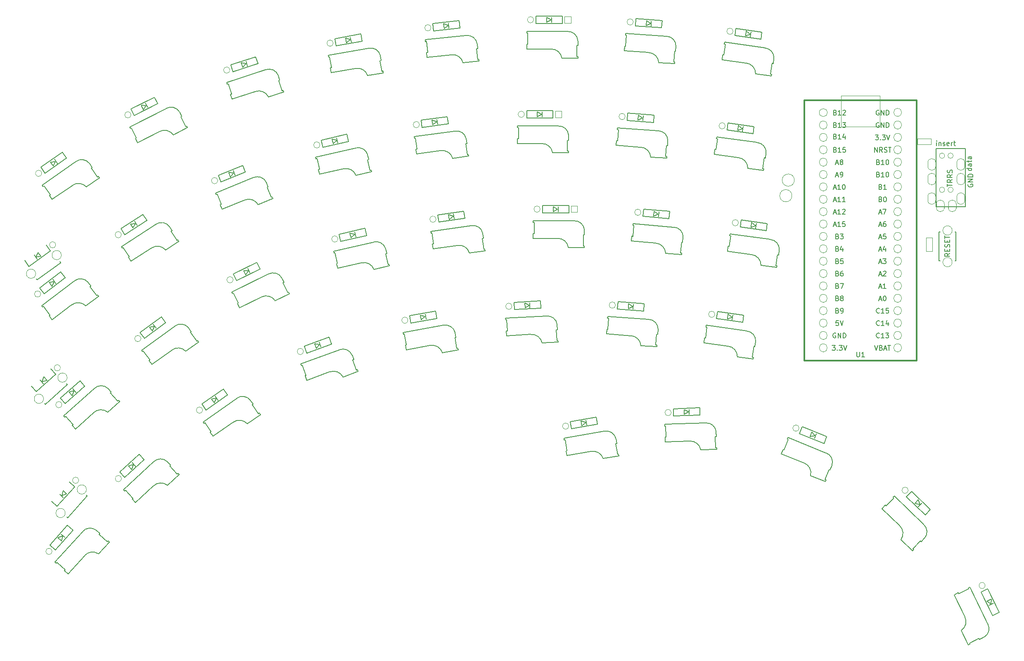
<source format=gto>
G04 #@! TF.GenerationSoftware,KiCad,Pcbnew,(5.1.5)-3*
G04 #@! TF.CreationDate,2020-03-17T07:33:31+09:00*
G04 #@! TF.ProjectId,fan,66616e2e-6b69-4636-9164-5f7063625858,v1.0*
G04 #@! TF.SameCoordinates,Original*
G04 #@! TF.FileFunction,Legend,Top*
G04 #@! TF.FilePolarity,Positive*
%FSLAX46Y46*%
G04 Gerber Fmt 4.6, Leading zero omitted, Abs format (unit mm)*
G04 Created by KiCad (PCBNEW (5.1.5)-3) date 2020-03-17 07:33:31*
%MOMM*%
%LPD*%
G04 APERTURE LIST*
%ADD10C,0.150000*%
%ADD11C,0.120000*%
%ADD12C,0.304800*%
%ADD13C,0.100000*%
G04 APERTURE END LIST*
D10*
X196272000Y-32385000D02*
X202272000Y-32385000D01*
X196272000Y-32385000D02*
X202272000Y-32385000D01*
X202272000Y-44385000D02*
X196272000Y-44385000D01*
X202272000Y-44385000D02*
X196272000Y-44385000D01*
X202272000Y-32385000D02*
X202272000Y-44385000D01*
X196272000Y-44385000D02*
X196272000Y-32385000D01*
X196272000Y-44385000D02*
X196272000Y-32385000D01*
X202272000Y-32385000D02*
X202272000Y-44385000D01*
X142490373Y-87305191D02*
X147887083Y-87116734D01*
X144680308Y-86978565D02*
X144645408Y-85979174D01*
X145562310Y-86447460D02*
X144680308Y-86978565D01*
X145679699Y-86943665D02*
X145644799Y-85944274D01*
X147834734Y-85617648D02*
X142438024Y-85806105D01*
X142438024Y-85806105D02*
X142490373Y-87305191D01*
X144645408Y-85979174D02*
X145562310Y-86447460D01*
X147887083Y-87116734D02*
X147834734Y-85617648D01*
X140774753Y-92618302D02*
X140739853Y-91618911D01*
X140739853Y-91618911D02*
X140939731Y-91611931D01*
X140959719Y-91611233D02*
X140881195Y-89362604D01*
X140861208Y-89363302D02*
X140661329Y-89370282D01*
X151243927Y-91552284D02*
X151044049Y-91559264D01*
X151014067Y-91560311D02*
X151092242Y-93798946D01*
X151122223Y-93797899D02*
X151322102Y-93790919D01*
X151334665Y-94150700D02*
X151322102Y-93790919D01*
X151209027Y-90552893D02*
X151243927Y-91552284D01*
X151334665Y-94150700D02*
X148056664Y-94265170D01*
X145771707Y-92443805D02*
X140774753Y-92618302D01*
X140649115Y-89020495D02*
X149043997Y-88727338D01*
X148052234Y-94243841D02*
G75*
G03X145771707Y-92443805I-2139835J-366373D01*
G01*
X151209029Y-90552892D02*
G75*
G03X149043997Y-88727338I-1995293J-169739D01*
G01*
X140661329Y-89370282D02*
X140649115Y-89020495D01*
X205550094Y-123409629D02*
X207917298Y-128263117D01*
X206739209Y-125277383D02*
X207638003Y-124839012D01*
X207583140Y-125867112D02*
X206739209Y-125277383D01*
X207177580Y-126176177D02*
X208076374Y-125737806D01*
X209265489Y-127605560D02*
X206898285Y-122752072D01*
X206898285Y-122752072D02*
X205550094Y-123409629D01*
X207638003Y-124839012D02*
X207583140Y-125867112D01*
X207917298Y-128263117D02*
X209265489Y-127605560D01*
X199998520Y-124003369D02*
X200897314Y-123564998D01*
X200897314Y-123564998D02*
X200984988Y-123744757D01*
X200993756Y-123762732D02*
X203016042Y-122776397D01*
X203007275Y-122758422D02*
X202919601Y-122578663D01*
X205230573Y-133133847D02*
X205142899Y-132954088D01*
X205129747Y-132927124D02*
X203116449Y-133909075D01*
X203129600Y-133936039D02*
X203217274Y-134115798D01*
X202893708Y-134273612D02*
X203217274Y-134115798D01*
X206129367Y-132695475D02*
X205230573Y-133133847D01*
X202893708Y-134273612D02*
X201455851Y-131325567D01*
X202190376Y-128497339D02*
X199998520Y-124003369D01*
X203234178Y-122425233D02*
X206916497Y-129975102D01*
X201473535Y-131312845D02*
G75*
G03X202190376Y-128497339I-1205048J1805819D01*
G01*
X206129368Y-132695477D02*
G75*
G03X206916497Y-129975102I-966623J1753752D01*
G01*
X202919601Y-122578663D02*
X203234178Y-122425233D01*
X114252648Y-6745937D02*
X119652648Y-6745937D01*
X116452648Y-6495937D02*
X116452648Y-5495937D01*
X117352648Y-5995937D02*
X116452648Y-6495937D01*
X117452648Y-6495937D02*
X117452648Y-5495937D01*
X119652648Y-5245937D02*
X114252648Y-5245937D01*
X114252648Y-5245937D02*
X114252648Y-6745937D01*
X116452648Y-5495937D02*
X117352648Y-5995937D01*
X119652648Y-6745937D02*
X119652648Y-5245937D01*
X112352648Y-11995937D02*
X112352648Y-10995937D01*
X112352648Y-10995937D02*
X112552648Y-10995937D01*
X112572648Y-10995937D02*
X112572648Y-8745937D01*
X112552648Y-8745937D02*
X112352648Y-8745937D01*
X122852648Y-11295937D02*
X122652648Y-11295937D01*
X122622648Y-11295937D02*
X122622648Y-13535937D01*
X122652648Y-13535937D02*
X122852648Y-13535937D01*
X122852648Y-13895937D02*
X122852648Y-13535937D01*
X122852648Y-10295937D02*
X122852648Y-11295937D01*
X122852648Y-13895937D02*
X119572648Y-13895937D01*
X117352648Y-11995937D02*
X112352648Y-11995937D01*
X112352648Y-8395937D02*
X120752648Y-8395936D01*
X119568966Y-13874466D02*
G75*
G03X117352648Y-11995937I-2151318J-291471D01*
G01*
X122852649Y-10295937D02*
G75*
G03X120752648Y-8395936I-2000001J-100000D01*
G01*
X112352648Y-8745937D02*
X112352648Y-8395937D01*
X168311758Y-90902229D02*
X173318551Y-92925105D01*
X170445214Y-91494568D02*
X170819821Y-90567384D01*
X171466983Y-91368122D02*
X170445214Y-91494568D01*
X171372398Y-91869175D02*
X171747005Y-90941991D01*
X173880461Y-91534329D02*
X168873668Y-89511454D01*
X168873668Y-89511454D02*
X168311758Y-90902229D01*
X170819821Y-90567384D02*
X171466983Y-91368122D01*
X173318551Y-92925105D02*
X173880461Y-91534329D01*
X164583424Y-95058192D02*
X164958031Y-94131008D01*
X164958031Y-94131008D02*
X165143467Y-94205930D01*
X165162011Y-94213422D02*
X166004876Y-92127258D01*
X165986332Y-92119766D02*
X165800895Y-92044845D01*
X174581079Y-98342533D02*
X174395642Y-98267611D01*
X174367827Y-98256373D02*
X173528708Y-100333265D01*
X173556524Y-100344503D02*
X173741960Y-100419424D01*
X173607102Y-100753211D02*
X173741960Y-100419424D01*
X174955686Y-97415349D02*
X174581079Y-98342533D01*
X173607102Y-100753211D02*
X170565939Y-99524501D01*
X169219343Y-96931225D02*
X164583424Y-95058192D01*
X165932008Y-91720330D02*
X173720353Y-94867025D01*
X170570568Y-99503214D02*
G75*
G03X169219343Y-96931225I-2103854J535651D01*
G01*
X174955686Y-97415350D02*
G75*
G03X173720353Y-94867025I-1891829J656496D01*
G01*
X165800895Y-92044845D02*
X165932008Y-91720330D01*
X115587651Y-45597930D02*
X120987651Y-45597930D01*
X117787651Y-45347930D02*
X117787651Y-44347930D01*
X118687651Y-44847930D02*
X117787651Y-45347930D01*
X118787651Y-45347930D02*
X118787651Y-44347930D01*
X120987651Y-44097930D02*
X115587651Y-44097930D01*
X115587651Y-44097930D02*
X115587651Y-45597930D01*
X117787651Y-44347930D02*
X118687651Y-44847930D01*
X120987651Y-45597930D02*
X120987651Y-44097930D01*
X113687651Y-50847930D02*
X113687651Y-49847930D01*
X113687651Y-49847930D02*
X113887651Y-49847930D01*
X113907651Y-49847930D02*
X113907651Y-47597930D01*
X113887651Y-47597930D02*
X113687651Y-47597930D01*
X124187651Y-50147930D02*
X123987651Y-50147930D01*
X123957651Y-50147930D02*
X123957651Y-52387930D01*
X123987651Y-52387930D02*
X124187651Y-52387930D01*
X124187651Y-52747930D02*
X124187651Y-52387930D01*
X124187651Y-49147930D02*
X124187651Y-50147930D01*
X124187651Y-52747930D02*
X120907651Y-52747930D01*
X118687651Y-50847930D02*
X113687651Y-50847930D01*
X113687651Y-47247930D02*
X122087651Y-47247929D01*
X120903969Y-52726459D02*
G75*
G03X118687651Y-50847930I-2151318J-291471D01*
G01*
X124187652Y-49147930D02*
G75*
G03X122087651Y-47247929I-2000001J-100000D01*
G01*
X113687651Y-47597930D02*
X113687651Y-47247930D01*
X112352649Y-26145935D02*
X117752649Y-26145935D01*
X114552649Y-25895935D02*
X114552649Y-24895935D01*
X115452649Y-25395935D02*
X114552649Y-25895935D01*
X115552649Y-25895935D02*
X115552649Y-24895935D01*
X117752649Y-24645935D02*
X112352649Y-24645935D01*
X112352649Y-24645935D02*
X112352649Y-26145935D01*
X114552649Y-24895935D02*
X115452649Y-25395935D01*
X117752649Y-26145935D02*
X117752649Y-24645935D01*
X110452649Y-31395935D02*
X110452649Y-30395935D01*
X110452649Y-30395935D02*
X110652649Y-30395935D01*
X110672649Y-30395935D02*
X110672649Y-28145935D01*
X110652649Y-28145935D02*
X110452649Y-28145935D01*
X120952649Y-30695935D02*
X120752649Y-30695935D01*
X120722649Y-30695935D02*
X120722649Y-32935935D01*
X120752649Y-32935935D02*
X120952649Y-32935935D01*
X120952649Y-33295935D02*
X120952649Y-32935935D01*
X120952649Y-29695935D02*
X120952649Y-30695935D01*
X120952649Y-33295935D02*
X117672649Y-33295935D01*
X115452649Y-31395935D02*
X110452649Y-31395935D01*
X110452649Y-27795935D02*
X118852649Y-27795934D01*
X117668967Y-33274464D02*
G75*
G03X115452649Y-31395935I-2151318J-291471D01*
G01*
X120952650Y-29695935D02*
G75*
G03X118852649Y-27795934I-2000001J-100000D01*
G01*
X110452649Y-28145935D02*
X110452649Y-27795935D01*
X136181958Y-46342006D02*
X141561410Y-46812647D01*
X138395375Y-46284700D02*
X138482531Y-45288505D01*
X139335529Y-45865043D02*
X138395375Y-46284700D01*
X139391570Y-46371856D02*
X139478726Y-45375661D01*
X141692143Y-45318355D02*
X136312692Y-44847714D01*
X136312692Y-44847714D02*
X136181958Y-46342006D01*
X138482531Y-45288505D02*
X139335529Y-45865043D01*
X141561410Y-46812647D02*
X141692143Y-45318355D01*
X133831621Y-51406432D02*
X133918776Y-50410238D01*
X133918776Y-50410238D02*
X134118015Y-50427669D01*
X134137939Y-50429412D02*
X134334040Y-48187974D01*
X134314116Y-48186231D02*
X134114877Y-48168800D01*
X144352674Y-51624231D02*
X144153435Y-51606800D01*
X144123549Y-51604186D02*
X143928320Y-53835662D01*
X143958206Y-53838276D02*
X144157445Y-53855708D01*
X144126069Y-54214338D02*
X144157445Y-53855708D01*
X144439830Y-50628037D02*
X144352674Y-51624231D01*
X144126069Y-54214338D02*
X140858550Y-53928467D01*
X138812594Y-51842211D02*
X133831621Y-51406432D01*
X134145381Y-47820132D02*
X142513417Y-48552239D01*
X140856755Y-53906757D02*
G75*
G03X138812594Y-51842211I-2168536J-102862D01*
G01*
X144439831Y-50628037D02*
G75*
G03X142513417Y-48552239I-2001106J74692D01*
G01*
X134114877Y-48168800D02*
X134145381Y-47820132D01*
X15700824Y-114764750D02*
X19314129Y-110751767D01*
X16987125Y-112962548D02*
X16243980Y-112293418D01*
X17217770Y-111959153D02*
X16987125Y-112962548D01*
X17656255Y-112219403D02*
X16913110Y-111550273D01*
X18199412Y-109748072D02*
X14586106Y-113761054D01*
X14586106Y-113761054D02*
X15700824Y-114764750D01*
X16243980Y-112293418D02*
X17217770Y-111959153D01*
X19314129Y-110751767D02*
X18199412Y-109748072D01*
X18330986Y-119689660D02*
X17587841Y-119020530D01*
X17587841Y-119020530D02*
X17721667Y-118871901D01*
X17735050Y-118857038D02*
X16062974Y-117351494D01*
X16049591Y-117366357D02*
X15915765Y-117514986D01*
X24836656Y-111418248D02*
X24702830Y-111566877D01*
X24682756Y-111589172D02*
X26347400Y-113088024D01*
X26367474Y-113065730D02*
X26501300Y-112917101D01*
X26768832Y-113157988D02*
X26501300Y-112917101D01*
X24093511Y-110749118D02*
X24836656Y-111418248D01*
X26768832Y-113157988D02*
X24574084Y-115595503D01*
X21676639Y-115973936D02*
X18330986Y-119689660D01*
X15655664Y-117280790D02*
X21276361Y-111038373D01*
X24555665Y-115583872D02*
G75*
G03X21676639Y-115973936I-1222908J-1793773D01*
G01*
X24093511Y-110749117D02*
G75*
G03X21276361Y-111038373I-1263947J-1553203D01*
G01*
X15915765Y-117514986D02*
X15655664Y-117280790D01*
X190223365Y-103857806D02*
X194107800Y-107608961D01*
X191979577Y-105206220D02*
X192674236Y-104486880D01*
X192974312Y-105471742D02*
X191979577Y-105206220D01*
X192698917Y-105900878D02*
X193393575Y-105181538D01*
X195149788Y-106529952D02*
X191265353Y-102778796D01*
X191265353Y-102778796D02*
X190223365Y-103857806D01*
X192674236Y-104486880D02*
X192974312Y-105471742D01*
X194107800Y-107608961D02*
X195149788Y-106529952D01*
X185209663Y-106314489D02*
X185904321Y-105595149D01*
X185904321Y-105595149D02*
X186048189Y-105734081D01*
X186062576Y-105747974D02*
X187625557Y-104129460D01*
X187611171Y-104115566D02*
X187467303Y-103976635D01*
X193248992Y-113104864D02*
X193105124Y-112965932D01*
X193083544Y-112945093D02*
X191527509Y-114556414D01*
X191549089Y-114577254D02*
X191692957Y-114716185D01*
X191442880Y-114975148D02*
X191692957Y-114716185D01*
X193943650Y-112385524D02*
X193248992Y-113104864D01*
X191442880Y-114975148D02*
X189083445Y-112696668D01*
X188806362Y-109787781D02*
X185209663Y-106314489D01*
X187710433Y-103724866D02*
X193752888Y-109559995D01*
X189095711Y-112678666D02*
G75*
G03X188806362Y-109787781I-1750001J1284765D01*
G01*
X193943652Y-112385525D02*
G75*
G03X193752888Y-109559995I-1508147J1317383D01*
G01*
X187467303Y-103976635D02*
X187710433Y-103724866D01*
X134634717Y-7277688D02*
X140021563Y-7654373D01*
X136846797Y-7181761D02*
X136916553Y-6184197D01*
X137779483Y-6745760D02*
X136846797Y-7181761D01*
X137844361Y-7251518D02*
X137914118Y-6253954D01*
X140126198Y-6158027D02*
X134739352Y-5781342D01*
X134739352Y-5781342D02*
X134634717Y-7277688D01*
X136916553Y-6184197D02*
X137779483Y-6745760D01*
X140021563Y-7654373D02*
X140126198Y-6158027D01*
X132373124Y-12382362D02*
X132442880Y-11384798D01*
X132442880Y-11384798D02*
X132642393Y-11398749D01*
X132662344Y-11400144D02*
X132819296Y-9155625D01*
X132799345Y-9154230D02*
X132599832Y-9140279D01*
X142896376Y-12416510D02*
X142696863Y-12402559D01*
X142666936Y-12400466D02*
X142510682Y-14635010D01*
X142540609Y-14637102D02*
X142740121Y-14651054D01*
X142715009Y-15010177D02*
X142740121Y-14651054D01*
X142966132Y-11418946D02*
X142896376Y-12416510D01*
X142715009Y-15010177D02*
X139442999Y-14781376D01*
X137360944Y-12731144D02*
X132373124Y-12382362D01*
X132624247Y-8791131D02*
X141003785Y-9377085D01*
X139440824Y-14759701D02*
G75*
G03X137360944Y-12731144I-2166410J-140692D01*
G01*
X142966134Y-11418946D02*
G75*
G03X141003785Y-9377085I-2002105J39756D01*
G01*
X132599832Y-9140279D02*
X132624247Y-8791131D01*
X156127103Y-48550456D02*
X161474551Y-49301991D01*
X158340486Y-48609070D02*
X158479659Y-47618802D01*
X159301314Y-48239192D02*
X158340486Y-48609070D01*
X159330754Y-48748243D02*
X159469927Y-47757975D01*
X161683311Y-47816589D02*
X156335863Y-47065054D01*
X156335863Y-47065054D02*
X156127103Y-48550456D01*
X158479659Y-47618802D02*
X159301314Y-48239192D01*
X161474551Y-49301991D02*
X161683311Y-47816589D01*
X153514935Y-53484935D02*
X153654108Y-52494666D01*
X153654108Y-52494666D02*
X153852162Y-52522501D01*
X153871967Y-52525285D02*
X154185107Y-50297181D01*
X154165301Y-50294398D02*
X153967248Y-50266563D01*
X164010171Y-54253064D02*
X163812117Y-54225230D01*
X163782409Y-54221055D02*
X163470662Y-56439255D01*
X163500370Y-56443430D02*
X163698423Y-56471265D01*
X163648321Y-56827761D02*
X163698423Y-56471265D01*
X164149344Y-53262796D02*
X164010171Y-54253064D01*
X163648321Y-56827761D02*
X160400242Y-56371274D01*
X158466276Y-54180800D02*
X153514935Y-53484935D01*
X154015958Y-49919969D02*
X162334210Y-51089023D01*
X160399583Y-56349500D02*
G75*
G03X158466276Y-54180800I-2170946J10772D01*
G01*
X164149345Y-53262796D02*
G75*
G03X162334210Y-51089023I-1994454J179319D01*
G01*
X153967248Y-50266563D02*
X154015958Y-49919969D01*
X151287103Y-67331459D02*
X156634551Y-68082994D01*
X153500486Y-67390073D02*
X153639659Y-66399805D01*
X154461314Y-67020195D02*
X153500486Y-67390073D01*
X154490754Y-67529246D02*
X154629927Y-66538978D01*
X156843311Y-66597592D02*
X151495863Y-65846057D01*
X151495863Y-65846057D02*
X151287103Y-67331459D01*
X153639659Y-66399805D02*
X154461314Y-67020195D01*
X156634551Y-68082994D02*
X156843311Y-66597592D01*
X148674935Y-72265938D02*
X148814108Y-71275669D01*
X148814108Y-71275669D02*
X149012162Y-71303504D01*
X149031967Y-71306288D02*
X149345107Y-69078184D01*
X149325301Y-69075401D02*
X149127248Y-69047566D01*
X159170171Y-73034067D02*
X158972117Y-73006233D01*
X158942409Y-73002058D02*
X158630662Y-75220258D01*
X158660370Y-75224433D02*
X158858423Y-75252268D01*
X158808321Y-75608764D02*
X158858423Y-75252268D01*
X159309344Y-72043799D02*
X159170171Y-73034067D01*
X158808321Y-75608764D02*
X155560242Y-75152277D01*
X153626276Y-72961803D02*
X148674935Y-72265938D01*
X149175958Y-68700972D02*
X157494210Y-69870026D01*
X155559583Y-75130503D02*
G75*
G03X153626276Y-72961803I-2170946J10772D01*
G01*
X159309345Y-72043799D02*
G75*
G03X157494210Y-69870026I-1994454J179319D01*
G01*
X149127248Y-69047566D02*
X149175958Y-68700972D01*
X153427102Y-28650455D02*
X158774550Y-29401990D01*
X155640485Y-28709069D02*
X155779658Y-27718801D01*
X156601313Y-28339191D02*
X155640485Y-28709069D01*
X156630753Y-28848242D02*
X156769926Y-27857974D01*
X158983310Y-27916588D02*
X153635862Y-27165053D01*
X153635862Y-27165053D02*
X153427102Y-28650455D01*
X155779658Y-27718801D02*
X156601313Y-28339191D01*
X158774550Y-29401990D02*
X158983310Y-27916588D01*
X150814934Y-33584934D02*
X150954107Y-32594665D01*
X150954107Y-32594665D02*
X151152161Y-32622500D01*
X151171966Y-32625284D02*
X151485106Y-30397180D01*
X151465300Y-30394397D02*
X151267247Y-30366562D01*
X161310170Y-34353063D02*
X161112116Y-34325229D01*
X161082408Y-34321054D02*
X160770661Y-36539254D01*
X160800369Y-36543429D02*
X160998422Y-36571264D01*
X160948320Y-36927760D02*
X160998422Y-36571264D01*
X161449343Y-33362795D02*
X161310170Y-34353063D01*
X160948320Y-36927760D02*
X157700241Y-36471273D01*
X155766275Y-34280799D02*
X150814934Y-33584934D01*
X151315957Y-30019968D02*
X159634209Y-31189022D01*
X157699582Y-36449499D02*
G75*
G03X155766275Y-34280799I-2170946J10772D01*
G01*
X161449344Y-33362795D02*
G75*
G03X159634209Y-31189022I-1994454J179319D01*
G01*
X151267247Y-30366562D02*
X151315957Y-30019968D01*
X52135405Y-16684065D02*
X57271110Y-15015373D01*
X54150475Y-15766463D02*
X53841458Y-14815407D01*
X54851918Y-15012820D02*
X54150475Y-15766463D01*
X55101532Y-15457446D02*
X54792515Y-14506390D01*
X56807585Y-13588788D02*
X51671880Y-15257480D01*
X51671880Y-15257480D02*
X52135405Y-16684065D01*
X53841458Y-14815407D02*
X54851918Y-15012820D01*
X57271110Y-15015373D02*
X56807585Y-13588788D01*
X51950737Y-22264244D02*
X51641720Y-21313187D01*
X51641720Y-21313187D02*
X51831931Y-21251384D01*
X51850952Y-21245203D02*
X51155664Y-19105326D01*
X51136643Y-19111507D02*
X50946432Y-19173310D01*
X61720519Y-18353826D02*
X61530307Y-18415629D01*
X61501776Y-18424900D02*
X62193974Y-20555266D01*
X62222505Y-20545996D02*
X62412717Y-20484192D01*
X62523963Y-20826573D02*
X62412717Y-20484192D01*
X61411502Y-17402769D02*
X61720519Y-18353826D01*
X62523963Y-20826573D02*
X59404497Y-21840148D01*
X56706020Y-20719159D02*
X51950737Y-22264244D01*
X50838276Y-18840440D02*
X58827150Y-16244696D01*
X59394361Y-21820866D02*
G75*
G03X56706020Y-20719159I-1955956J-941999D01*
G01*
X61411503Y-17402769D02*
G75*
G03X58827150Y-16244696I-1871213J-713140D01*
G01*
X50946432Y-19173310D02*
X50838276Y-18840440D01*
X29953444Y-99940360D02*
X33902754Y-96257568D01*
X31391922Y-98257125D02*
X30709924Y-97525771D01*
X31709141Y-97277649D02*
X31391922Y-98257125D01*
X32123276Y-97575126D02*
X31441277Y-96843773D01*
X32879756Y-95160538D02*
X28930446Y-98843329D01*
X28930446Y-98843329D02*
X29953444Y-99940360D01*
X30709924Y-97525771D02*
X31709141Y-97277649D01*
X33902754Y-96257568D02*
X32879756Y-95160538D01*
X32144363Y-105075763D02*
X31462365Y-104344410D01*
X31462365Y-104344410D02*
X31608635Y-104208010D01*
X31623262Y-104194370D02*
X30088766Y-102548824D01*
X30074139Y-102562464D02*
X29927868Y-102698864D01*
X39346178Y-97402833D02*
X39199907Y-97539233D01*
X39177967Y-97559693D02*
X40705643Y-99197925D01*
X40727583Y-99177465D02*
X40873854Y-99041065D01*
X41119374Y-99304353D02*
X40873854Y-99041065D01*
X38664180Y-96671479D02*
X39346178Y-97402833D01*
X41119374Y-99304353D02*
X38720534Y-101541307D01*
X35801131Y-101665772D02*
X32144363Y-105075763D01*
X29689169Y-102442890D02*
X35832539Y-96714103D01*
X38703197Y-101528115D02*
G75*
G03X35801131Y-101665772I-1374591J-1680364D01*
G01*
X38664180Y-96671478D02*
G75*
G03X35832539Y-96714103I-1394508J-1437133D01*
G01*
X29927868Y-102698864D02*
X29689169Y-102442890D01*
X46602932Y-86074586D02*
X51026353Y-82977273D01*
X48261672Y-84607930D02*
X47688096Y-83788778D01*
X48712121Y-83682135D02*
X48261672Y-84607930D01*
X49080824Y-84034353D02*
X48507248Y-83215201D01*
X50165988Y-81748545D02*
X45742567Y-84845858D01*
X45742567Y-84845858D02*
X46602932Y-86074586D01*
X47688096Y-83788778D02*
X48712121Y-83682135D01*
X51026353Y-82977273D02*
X50165988Y-81748545D01*
X48057819Y-91464929D02*
X47484243Y-90645777D01*
X47484243Y-90645777D02*
X47648073Y-90531062D01*
X47664456Y-90519591D02*
X46373909Y-88676499D01*
X46357526Y-88687970D02*
X46193696Y-88802685D01*
X56257412Y-84868970D02*
X56093582Y-84983686D01*
X56069007Y-85000893D02*
X57353818Y-86835794D01*
X57378393Y-86818586D02*
X57542223Y-86703871D01*
X57748711Y-86998766D02*
X57542223Y-86703871D01*
X55683836Y-84049818D02*
X56257412Y-84868970D01*
X57748711Y-86998766D02*
X55061892Y-88880096D01*
X52153580Y-88597047D02*
X48057819Y-91464929D01*
X45992944Y-88515982D02*
X52873821Y-83697939D01*
X55046561Y-88864622D02*
G75*
G03X52153580Y-88597047I-1595076J-1472703D01*
G01*
X55683836Y-84049818D02*
G75*
G03X52873821Y-83697939I-1580947J-1229068D01*
G01*
X46193696Y-88802685D02*
X45992944Y-88515982D01*
X94333747Y-47512994D02*
X99681195Y-46761459D01*
X96477544Y-46959246D02*
X96338371Y-45968978D01*
X97299198Y-46338856D02*
X96477544Y-46959246D01*
X97467812Y-46820073D02*
X97328639Y-45829805D01*
X99472435Y-45276057D02*
X94124987Y-46027592D01*
X94124987Y-46027592D02*
X94333747Y-47512994D01*
X96338371Y-45968978D02*
X97299198Y-46338856D01*
X99681195Y-46761459D02*
X99472435Y-45276057D01*
X93182897Y-52976330D02*
X93043723Y-51986062D01*
X93043723Y-51986062D02*
X93241777Y-51958227D01*
X93261582Y-51955444D02*
X92948443Y-49727341D01*
X92928638Y-49730124D02*
X92730584Y-49757959D01*
X103483290Y-50821825D02*
X103285237Y-50849659D01*
X103255528Y-50853835D02*
X103567276Y-53072035D01*
X103596984Y-53067860D02*
X103795038Y-53040025D01*
X103845140Y-53396522D02*
X103795038Y-53040025D01*
X103344117Y-49831557D02*
X103483290Y-50821825D01*
X103845140Y-53396522D02*
X100597061Y-53853010D01*
X98134237Y-52280465D02*
X93182897Y-52976330D01*
X92681873Y-49411365D02*
X101000125Y-48242310D01*
X100590427Y-53832260D02*
G75*
G03X98134237Y-52280465I-2089817J-588040D01*
G01*
X103344118Y-49831557D02*
G75*
G03X101000125Y-48242310I-1966620J-377373D01*
G01*
X92730584Y-49757959D02*
X92681873Y-49411365D01*
X52845343Y-59539489D02*
X57698831Y-57172285D01*
X54713097Y-58350374D02*
X54274726Y-57451580D01*
X55302826Y-57506443D02*
X54713097Y-58350374D01*
X55611891Y-57912003D02*
X55173520Y-57013209D01*
X57041274Y-55824094D02*
X52187786Y-58191298D01*
X52187786Y-58191298D02*
X52845343Y-59539489D01*
X54274726Y-57451580D02*
X55302826Y-57506443D01*
X57698831Y-57172285D02*
X57041274Y-55824094D01*
X53439083Y-65091063D02*
X53000712Y-64192269D01*
X53000712Y-64192269D02*
X53180471Y-64104595D01*
X53198446Y-64095827D02*
X52212111Y-62073541D01*
X52194136Y-62082308D02*
X52014377Y-62169982D01*
X62569561Y-59859010D02*
X62389802Y-59946684D01*
X62362838Y-59959836D02*
X63344789Y-61973134D01*
X63371753Y-61959983D02*
X63551512Y-61872309D01*
X63709326Y-62195875D02*
X63551512Y-61872309D01*
X62131189Y-58960216D02*
X62569561Y-59859010D01*
X63709326Y-62195875D02*
X60761281Y-63633732D01*
X57933053Y-62899207D02*
X53439083Y-65091063D01*
X51860947Y-61855405D02*
X59410816Y-58173086D01*
X60748559Y-63616048D02*
G75*
G03X57933053Y-62899207I-1805819J-1205048D01*
G01*
X62131191Y-58960215D02*
G75*
G03X59410816Y-58173086I-1753752J-966623D01*
G01*
X52014377Y-62169982D02*
X51860947Y-61855405D01*
X31901510Y-25670909D02*
X36712945Y-23219360D01*
X33748226Y-24449378D02*
X33294236Y-23558371D01*
X34323137Y-23595283D02*
X33748226Y-24449378D01*
X34639233Y-23995387D02*
X34185243Y-23104381D01*
X36031959Y-21882850D02*
X31220524Y-24334399D01*
X31220524Y-24334399D02*
X31901510Y-25670909D01*
X33294236Y-23558371D02*
X34323137Y-23595283D01*
X36712945Y-23219360D02*
X36031959Y-21882850D01*
X32592047Y-31211275D02*
X32138057Y-30320268D01*
X32138057Y-30320268D02*
X32316258Y-30229470D01*
X32334078Y-30220390D02*
X31312600Y-28215626D01*
X31294780Y-28224705D02*
X31116578Y-28315504D01*
X41629823Y-25820670D02*
X41451621Y-25911468D01*
X41424891Y-25925088D02*
X42441830Y-27920942D01*
X42468560Y-27907323D02*
X42646761Y-27816525D01*
X42810198Y-28137287D02*
X42646761Y-27816525D01*
X41175832Y-24929663D02*
X41629823Y-25820670D01*
X42810198Y-28137287D02*
X39887697Y-29626376D01*
X37047080Y-28941322D02*
X32592047Y-31211275D01*
X30957682Y-28003651D02*
X38442136Y-24190130D01*
X39874669Y-29608916D02*
G75*
G03X37047080Y-28941322I-1784514J-1236381D01*
G01*
X41175833Y-24929663D02*
G75*
G03X38442136Y-24190130I-1736615J-997082D01*
G01*
X31116578Y-28315504D02*
X30957682Y-28003651D01*
X74250004Y-51463753D02*
X79511602Y-50249017D01*
X76337380Y-50725268D02*
X76112429Y-49750898D01*
X77101838Y-50035627D02*
X76337380Y-50725268D01*
X77311750Y-50500317D02*
X77086799Y-49525947D01*
X79174175Y-48787462D02*
X73912577Y-50002198D01*
X73912577Y-50002198D02*
X74250004Y-51463753D01*
X76112429Y-49750898D02*
X77101838Y-50035627D01*
X79511602Y-50249017D02*
X79174175Y-48787462D01*
X73579694Y-57006603D02*
X73354742Y-56032233D01*
X73354742Y-56032233D02*
X73549616Y-55987242D01*
X73569104Y-55982743D02*
X73062964Y-53790411D01*
X73043477Y-53794910D02*
X72848603Y-53839900D01*
X83653113Y-53962558D02*
X83458239Y-54007548D01*
X83429008Y-54014296D02*
X83932899Y-56196885D01*
X83962130Y-56190137D02*
X84157004Y-56145146D01*
X84237986Y-56495920D02*
X84157004Y-56145146D01*
X83428162Y-52988187D02*
X83653113Y-53962558D01*
X84237986Y-56495920D02*
X81042052Y-57233759D01*
X78451544Y-55881847D02*
X73579694Y-57006603D01*
X72769870Y-53498870D02*
X80954578Y-51609281D01*
X81033636Y-57213667D02*
G75*
G03X78451544Y-55881847I-2030614J-767942D01*
G01*
X83428163Y-52988188D02*
G75*
G03X80954578Y-51609281I-1926246J-547339D01*
G01*
X72848603Y-53839900D02*
X72769870Y-53498870D01*
X29947966Y-50128427D02*
X34476787Y-47187376D01*
X31656882Y-48720554D02*
X31112243Y-47881883D01*
X32139366Y-47811043D02*
X31656882Y-48720554D01*
X32495552Y-48175915D02*
X31950913Y-47337244D01*
X33659829Y-45929371D02*
X29131008Y-48870421D01*
X29131008Y-48870421D02*
X29947966Y-50128427D01*
X31112243Y-47881883D02*
X32139366Y-47811043D01*
X34476787Y-47187376D02*
X33659829Y-45929371D01*
X31213847Y-55566262D02*
X30669208Y-54727591D01*
X30669208Y-54727591D02*
X30836942Y-54618663D01*
X30853716Y-54607771D02*
X29628278Y-52720762D01*
X29611505Y-52731655D02*
X29443770Y-52840583D01*
X39638641Y-49260483D02*
X39470907Y-49369410D01*
X39445747Y-49385750D02*
X40665738Y-51264372D01*
X40690898Y-51248032D02*
X40858632Y-51139105D01*
X41054702Y-51441026D02*
X40858632Y-51139105D01*
X39094002Y-48421812D02*
X39638641Y-49260483D01*
X41054702Y-51441026D02*
X38303863Y-53227442D01*
X35407200Y-52843067D02*
X31213847Y-55566262D01*
X29253147Y-52547048D02*
X36297979Y-47972079D01*
X38289081Y-53211440D02*
G75*
G03X35407200Y-52843067I-1645501J-1416140D01*
G01*
X39094003Y-48421811D02*
G75*
G03X36297979Y-47972079I-1622878J-1173146D01*
G01*
X29443770Y-52840583D02*
X29253147Y-52547048D01*
X17738831Y-84788642D02*
X21751814Y-81175337D01*
X19206467Y-83130768D02*
X18537337Y-82387623D01*
X19540732Y-82156978D02*
X19206467Y-83130768D01*
X19949612Y-82461638D02*
X19280482Y-81718493D01*
X20748118Y-80060619D02*
X16735136Y-83673925D01*
X16735136Y-83673925D02*
X17738831Y-84788642D01*
X18537337Y-82387623D02*
X19540732Y-82156978D01*
X21751814Y-81175337D02*
X20748118Y-80060619D01*
X19839792Y-89961500D02*
X19170661Y-89218355D01*
X19170661Y-89218355D02*
X19319290Y-89084529D01*
X19334153Y-89071147D02*
X17828609Y-87399071D01*
X17813746Y-87412454D02*
X17665118Y-87546280D01*
X27174421Y-82415428D02*
X27025792Y-82549254D01*
X27003498Y-82569328D02*
X28502350Y-84233972D01*
X28524645Y-84213898D02*
X28673274Y-84080072D01*
X28914161Y-84347604D02*
X28673274Y-84080072D01*
X26505291Y-81672283D02*
X27174421Y-82415428D01*
X28914161Y-84347604D02*
X26476646Y-86542353D01*
X23555516Y-86615847D02*
X19839792Y-89961500D01*
X17430922Y-87286179D02*
X23673338Y-81665481D01*
X26459543Y-86528860D02*
G75*
G03X23555516Y-86615847I-1403709J-1656118D01*
G01*
X26505291Y-81672282D02*
G75*
G03X23673338Y-81665481I-1419377J-1412576D01*
G01*
X17665118Y-87546280D02*
X17430922Y-87286179D01*
X90930747Y-28101990D02*
X96278195Y-27350455D01*
X93074544Y-27548242D02*
X92935371Y-26557974D01*
X93896198Y-26927852D02*
X93074544Y-27548242D01*
X94064812Y-27409069D02*
X93925639Y-26418801D01*
X96069435Y-25865053D02*
X90721987Y-26616588D01*
X90721987Y-26616588D02*
X90930747Y-28101990D01*
X92935371Y-26557974D02*
X93896198Y-26927852D01*
X96278195Y-27350455D02*
X96069435Y-25865053D01*
X89779897Y-33565326D02*
X89640723Y-32575058D01*
X89640723Y-32575058D02*
X89838777Y-32547223D01*
X89858582Y-32544440D02*
X89545443Y-30316337D01*
X89525638Y-30319120D02*
X89327584Y-30346955D01*
X100080290Y-31410821D02*
X99882237Y-31438655D01*
X99852528Y-31442831D02*
X100164276Y-33661031D01*
X100193984Y-33656856D02*
X100392038Y-33629021D01*
X100442140Y-33985518D02*
X100392038Y-33629021D01*
X99941117Y-30420553D02*
X100080290Y-31410821D01*
X100442140Y-33985518D02*
X97194061Y-34442006D01*
X94731237Y-32869461D02*
X89779897Y-33565326D01*
X89278873Y-30000361D02*
X97597125Y-28831306D01*
X97187427Y-34421256D02*
G75*
G03X94731237Y-32869461I-2089817J-588040D01*
G01*
X99941118Y-30420553D02*
G75*
G03X97597125Y-28831306I-1966620J-377373D01*
G01*
X89327584Y-30346955D02*
X89278873Y-30000361D01*
X49667746Y-39289108D02*
X54674539Y-37266232D01*
X51613899Y-38233178D02*
X51239292Y-37305994D01*
X52261061Y-37432440D02*
X51613899Y-38233178D01*
X52541083Y-37858571D02*
X52166476Y-36931387D01*
X54112629Y-35875457D02*
X49105836Y-37898332D01*
X49105836Y-37898332D02*
X49667746Y-39289108D01*
X51239292Y-37305994D02*
X52261061Y-37432440D01*
X54674539Y-37266232D02*
X54112629Y-35875457D01*
X49872781Y-44868576D02*
X49498175Y-43941392D01*
X49498175Y-43941392D02*
X49683612Y-43866471D01*
X49702155Y-43858978D02*
X48859291Y-41772815D01*
X48840747Y-41780307D02*
X48655310Y-41855228D01*
X59345987Y-40286178D02*
X59160551Y-40361099D01*
X59132735Y-40372337D02*
X59971854Y-42449229D01*
X59999669Y-42437991D02*
X60185106Y-42363070D01*
X60319964Y-42696856D02*
X60185106Y-42363070D01*
X58971381Y-39358994D02*
X59345987Y-40286178D01*
X60319964Y-42696856D02*
X57278801Y-43925565D01*
X54508701Y-42995543D02*
X49872781Y-44868576D01*
X48524198Y-41530714D02*
X56312542Y-38384018D01*
X57267344Y-43907037D02*
G75*
G03X54508701Y-42995543I-1885480J-1076145D01*
G01*
X58971382Y-39358994D02*
G75*
G03X56312542Y-38384018I-1816908J-841932D01*
G01*
X48655310Y-41855228D02*
X48524198Y-41530714D01*
X13404358Y-62197092D02*
X17716990Y-58947290D01*
X15010903Y-60673440D02*
X14409088Y-59874804D01*
X15428767Y-59732488D02*
X15010903Y-60673440D01*
X15809538Y-60071625D02*
X15207723Y-59272989D01*
X16814267Y-57749337D02*
X12501636Y-60999138D01*
X12501636Y-60999138D02*
X13404358Y-62197092D01*
X14409088Y-59874804D02*
X15428767Y-59732488D01*
X17716990Y-58947290D02*
X16814267Y-57749337D01*
X15046480Y-67533377D02*
X14444665Y-66734741D01*
X14444665Y-66734741D02*
X14604392Y-66614378D01*
X14620364Y-66602342D02*
X13266281Y-64805412D01*
X13250308Y-64817448D02*
X13090581Y-64937811D01*
X23010882Y-60655274D02*
X22851155Y-60775637D01*
X22827196Y-60793691D02*
X24175261Y-62582635D01*
X24199220Y-62564581D02*
X24358948Y-62444218D01*
X24575601Y-62731726D02*
X24358948Y-62444218D01*
X22409067Y-59856638D02*
X23010882Y-60655274D01*
X24575601Y-62731726D02*
X21956077Y-64705680D01*
X19039657Y-64524301D02*
X15046480Y-67533377D01*
X12879946Y-64658289D02*
X19588483Y-59603042D01*
X21940216Y-64690748D02*
G75*
G03X19039657Y-64524301I-1542709J-1527475D01*
G01*
X22409067Y-59856638D02*
G75*
G03X19588483Y-59603042I-1537090J-1283494D01*
G01*
X13090581Y-64937811D02*
X12879946Y-64658289D01*
X67245197Y-74388018D02*
X72319537Y-72541109D01*
X69227015Y-73400651D02*
X68884995Y-72460958D01*
X69901729Y-72622986D02*
X69227015Y-73400651D01*
X70166708Y-73058631D02*
X69824688Y-72118938D01*
X71806507Y-71131571D02*
X66732167Y-72978479D01*
X66732167Y-72978479D02*
X67245197Y-74388018D01*
X68884995Y-72460958D02*
X69901729Y-72622986D01*
X72319537Y-72541109D02*
X71806507Y-71131571D01*
X67255387Y-79971243D02*
X66913366Y-79031550D01*
X66913366Y-79031550D02*
X67101305Y-78963146D01*
X67120099Y-78956306D02*
X66350553Y-76841997D01*
X66331760Y-76848838D02*
X66143821Y-76917242D01*
X76882745Y-75722246D02*
X76694806Y-75790650D01*
X76666616Y-75800911D02*
X77432741Y-77905823D01*
X77460932Y-77895562D02*
X77648870Y-77827158D01*
X77771997Y-78165447D02*
X77648870Y-77827158D01*
X76540725Y-74782554D02*
X76882745Y-75722246D01*
X77771997Y-78165447D02*
X74689806Y-79287273D01*
X71953850Y-78261142D02*
X67255387Y-79971243D01*
X66024114Y-76588349D02*
X73917532Y-73715379D01*
X74679002Y-79268358D02*
G75*
G03X71953850Y-78261142I-1921889J-1009686D01*
G01*
X76540726Y-74782553D02*
G75*
G03X73917532Y-73715379I-1845184J-778010D01*
G01*
X66143821Y-76917242D02*
X66024114Y-76588349D01*
X73261070Y-11340122D02*
X78579031Y-10402422D01*
X75384235Y-10711894D02*
X75210586Y-9727086D01*
X76183738Y-10063207D02*
X75384235Y-10711894D01*
X76369042Y-10538246D02*
X76195394Y-9553438D01*
X78318559Y-8925210D02*
X73000597Y-9862910D01*
X73000597Y-9862910D02*
X73261070Y-11340122D01*
X75210586Y-9727086D02*
X76183738Y-10063207D01*
X78579031Y-10402422D02*
X78318559Y-8925210D01*
X72301588Y-16840294D02*
X72127940Y-15855487D01*
X72127940Y-15855487D02*
X72324901Y-15820757D01*
X72344597Y-15817284D02*
X71953889Y-13601467D01*
X71934193Y-13604940D02*
X71737231Y-13639669D01*
X82520515Y-14327623D02*
X82323554Y-14362353D01*
X82294010Y-14367562D02*
X82682982Y-16573532D01*
X82712526Y-16568322D02*
X82909487Y-16533592D01*
X82972001Y-16888123D02*
X82909487Y-16533592D01*
X82346867Y-13342815D02*
X82520515Y-14327623D01*
X82972001Y-16888123D02*
X79741831Y-17457689D01*
X77225627Y-15972053D02*
X72301588Y-16840294D01*
X71676454Y-13294986D02*
X79948839Y-11836341D01*
X79734478Y-17437184D02*
G75*
G03X77225627Y-15972053I-2068022J-660615D01*
G01*
X82346868Y-13342814D02*
G75*
G03X79948839Y-11836341I-1952251J-445778D01*
G01*
X71737231Y-13639669D02*
X71676454Y-13294986D01*
X13608933Y-37486589D02*
X18032354Y-34389276D01*
X15267673Y-36019933D02*
X14694097Y-35200781D01*
X15718122Y-35094138D02*
X15267673Y-36019933D01*
X16086825Y-35446356D02*
X15513249Y-34627204D01*
X17171989Y-33160548D02*
X12748568Y-36257861D01*
X12748568Y-36257861D02*
X13608933Y-37486589D01*
X14694097Y-35200781D02*
X15718122Y-35094138D01*
X18032354Y-34389276D02*
X17171989Y-33160548D01*
X15063820Y-42876932D02*
X14490244Y-42057780D01*
X14490244Y-42057780D02*
X14654074Y-41943065D01*
X14670457Y-41931594D02*
X13379910Y-40088502D01*
X13363527Y-40099973D02*
X13199697Y-40214688D01*
X23263413Y-36280973D02*
X23099583Y-36395689D01*
X23075008Y-36412896D02*
X24359819Y-38247797D01*
X24384394Y-38230589D02*
X24548224Y-38115874D01*
X24754712Y-38410769D02*
X24548224Y-38115874D01*
X22689837Y-35461821D02*
X23263413Y-36280973D01*
X24754712Y-38410769D02*
X22067893Y-40292099D01*
X19159581Y-40009050D02*
X15063820Y-42876932D01*
X12998945Y-39927985D02*
X19879822Y-35109942D01*
X22052562Y-40276625D02*
G75*
G03X19159581Y-40009050I-1595076J-1472703D01*
G01*
X22689837Y-35461821D02*
G75*
G03X19879822Y-35109942I-1580947J-1229068D01*
G01*
X13199697Y-40214688D02*
X12998945Y-39927985D01*
X70566003Y-32164749D02*
X75827601Y-30950013D01*
X72653379Y-31426264D02*
X72428428Y-30451894D01*
X73417837Y-30736623D02*
X72653379Y-31426264D01*
X73627749Y-31201313D02*
X73402798Y-30226943D01*
X75490174Y-29488458D02*
X70228576Y-30703194D01*
X70228576Y-30703194D02*
X70566003Y-32164749D01*
X72428428Y-30451894D02*
X73417837Y-30736623D01*
X75827601Y-30950013D02*
X75490174Y-29488458D01*
X69895693Y-37707599D02*
X69670741Y-36733229D01*
X69670741Y-36733229D02*
X69865615Y-36688238D01*
X69885103Y-36683739D02*
X69378963Y-34491407D01*
X69359476Y-34495906D02*
X69164602Y-34540896D01*
X79969112Y-34663554D02*
X79774238Y-34708544D01*
X79745007Y-34715292D02*
X80248898Y-36897881D01*
X80278129Y-36891133D02*
X80473003Y-36846142D01*
X80553985Y-37196916D02*
X80473003Y-36846142D01*
X79744161Y-33689183D02*
X79969112Y-34663554D01*
X80553985Y-37196916D02*
X77358051Y-37934755D01*
X74767543Y-36582843D02*
X69895693Y-37707599D01*
X69085869Y-34199866D02*
X77270577Y-32310277D01*
X77349635Y-37914663D02*
G75*
G03X74767543Y-36582843I-2030614J-767942D01*
G01*
X79744162Y-33689184D02*
G75*
G03X77270577Y-32310277I-1926246J-547339D01*
G01*
X69164602Y-34540896D02*
X69085869Y-34199866D01*
X93274078Y-8273359D02*
X98644496Y-7708906D01*
X95435894Y-7794766D02*
X95331366Y-6800244D01*
X96278700Y-7203430D02*
X95435894Y-7794766D01*
X96430416Y-7690238D02*
X96325888Y-6695716D01*
X98487704Y-6217123D02*
X93117285Y-6781576D01*
X93117285Y-6781576D02*
X93274078Y-8273359D01*
X95331366Y-6800244D02*
X96278700Y-7203430D01*
X98644496Y-7708906D02*
X98487704Y-6217123D01*
X91933261Y-13693203D02*
X91828732Y-12698681D01*
X91828732Y-12698681D02*
X92027637Y-12677776D01*
X92047527Y-12675685D02*
X91812338Y-10438011D01*
X91792448Y-10440101D02*
X91593543Y-10461007D01*
X102302571Y-11899489D02*
X102103666Y-11920395D01*
X102073831Y-11923531D02*
X102307975Y-14151260D01*
X102337810Y-14148124D02*
X102536715Y-14127218D01*
X102574345Y-14485246D02*
X102536715Y-14127218D01*
X102198042Y-10904967D02*
X102302571Y-11899489D01*
X102574345Y-14485246D02*
X99312313Y-14828099D01*
X96905870Y-13170561D02*
X91933261Y-13693203D01*
X91556958Y-10112924D02*
X99910942Y-9234884D01*
X99306407Y-14807131D02*
G75*
G03X96905870Y-13170561I-2109066J-514748D01*
G01*
X102198043Y-10904967D02*
G75*
G03X99910942Y-9234884I-1978592J-308509D01*
G01*
X91593543Y-10461007D02*
X91556958Y-10112924D01*
X88594070Y-68201123D02*
X93912031Y-67263423D01*
X90717235Y-67572895D02*
X90543586Y-66588087D01*
X91516738Y-66924208D02*
X90717235Y-67572895D01*
X91702042Y-67399247D02*
X91528394Y-66414439D01*
X93651559Y-65786211D02*
X88333597Y-66723911D01*
X88333597Y-66723911D02*
X88594070Y-68201123D01*
X90543586Y-66588087D02*
X91516738Y-66924208D01*
X93912031Y-67263423D02*
X93651559Y-65786211D01*
X87634588Y-73701295D02*
X87460940Y-72716488D01*
X87460940Y-72716488D02*
X87657901Y-72681758D01*
X87677597Y-72678285D02*
X87286889Y-70462468D01*
X87267193Y-70465941D02*
X87070231Y-70500670D01*
X97853515Y-71188624D02*
X97656554Y-71223354D01*
X97627010Y-71228563D02*
X98015982Y-73434533D01*
X98045526Y-73429323D02*
X98242487Y-73394593D01*
X98305001Y-73749124D02*
X98242487Y-73394593D01*
X97679867Y-70203816D02*
X97853515Y-71188624D01*
X98305001Y-73749124D02*
X95074831Y-74318690D01*
X92558627Y-72833054D02*
X87634588Y-73701295D01*
X87009454Y-70155987D02*
X95281839Y-68697342D01*
X95067478Y-74298185D02*
G75*
G03X92558627Y-72833054I-2068022J-660615D01*
G01*
X97679868Y-70203815D02*
G75*
G03X95281839Y-68697342I-1952251J-445778D01*
G01*
X87070231Y-70500670D02*
X87009454Y-70155987D01*
X130969717Y-65370689D02*
X136356563Y-65747374D01*
X133181797Y-65274762D02*
X133251553Y-64277198D01*
X134114483Y-64838761D02*
X133181797Y-65274762D01*
X134179361Y-65344519D02*
X134249118Y-64346955D01*
X136461198Y-64251028D02*
X131074352Y-63874343D01*
X131074352Y-63874343D02*
X130969717Y-65370689D01*
X133251553Y-64277198D02*
X134114483Y-64838761D01*
X136356563Y-65747374D02*
X136461198Y-64251028D01*
X128708124Y-70475363D02*
X128777880Y-69477799D01*
X128777880Y-69477799D02*
X128977393Y-69491750D01*
X128997344Y-69493145D02*
X129154296Y-67248626D01*
X129134345Y-67247231D02*
X128934832Y-67233280D01*
X139231376Y-70509511D02*
X139031863Y-70495560D01*
X139001936Y-70493467D02*
X138845682Y-72728011D01*
X138875609Y-72730103D02*
X139075121Y-72744055D01*
X139050009Y-73103178D02*
X139075121Y-72744055D01*
X139301132Y-69511947D02*
X139231376Y-70509511D01*
X139050009Y-73103178D02*
X135777999Y-72874377D01*
X133695944Y-70824145D02*
X128708124Y-70475363D01*
X128959247Y-66884132D02*
X137338785Y-67470086D01*
X135775824Y-72852702D02*
G75*
G03X133695944Y-70824145I-2166410J-140692D01*
G01*
X139301134Y-69511947D02*
G75*
G03X137338785Y-67470086I-2002105J39756D01*
G01*
X128934832Y-67233280D02*
X128959247Y-66884132D01*
X33958076Y-71365560D02*
X38326768Y-68191520D01*
X35590967Y-69870178D02*
X35003182Y-69061161D01*
X36025190Y-68936663D02*
X35590967Y-69870178D01*
X36399984Y-69282393D02*
X35812199Y-68473376D01*
X37445090Y-66977994D02*
X33076398Y-70152034D01*
X33076398Y-70152034D02*
X33958076Y-71365560D01*
X35003182Y-69061161D02*
X36025190Y-68936663D01*
X38326768Y-68191520D02*
X37445090Y-66977994D01*
X35506816Y-76729691D02*
X34919031Y-75920674D01*
X34919031Y-75920674D02*
X35080834Y-75803117D01*
X35097015Y-75791361D02*
X33774498Y-73971073D01*
X33758317Y-73982829D02*
X33596514Y-74100386D01*
X43590045Y-69991634D02*
X43428241Y-70109191D01*
X43403971Y-70126825D02*
X44720610Y-71939023D01*
X44744880Y-71921389D02*
X44906684Y-71803832D01*
X45118286Y-72095078D02*
X44906684Y-71803832D01*
X43002260Y-69182617D02*
X43590045Y-69991634D01*
X45118286Y-72095078D02*
X42464711Y-74023014D01*
X39551901Y-73790765D02*
X35506816Y-76729691D01*
X33390789Y-73817230D02*
X40186531Y-68879833D01*
X42449112Y-74007808D02*
G75*
G03X39551901Y-73790765I-1569131J-1500318D01*
G01*
X43002260Y-69182616D02*
G75*
G03X40186531Y-68879833I-1559256J-1256473D01*
G01*
X33596514Y-74100386D02*
X33390789Y-73817230D01*
X155027103Y-9250455D02*
X160374551Y-10001990D01*
X157240486Y-9309069D02*
X157379659Y-8318801D01*
X158201314Y-8939191D02*
X157240486Y-9309069D01*
X158230754Y-9448242D02*
X158369927Y-8457974D01*
X160583311Y-8516588D02*
X155235863Y-7765053D01*
X155235863Y-7765053D02*
X155027103Y-9250455D01*
X157379659Y-8318801D02*
X158201314Y-8939191D01*
X160374551Y-10001990D02*
X160583311Y-8516588D01*
X152414935Y-14184934D02*
X152554108Y-13194665D01*
X152554108Y-13194665D02*
X152752162Y-13222500D01*
X152771967Y-13225284D02*
X153085107Y-10997180D01*
X153065301Y-10994397D02*
X152867248Y-10966562D01*
X162910171Y-14953063D02*
X162712117Y-14925229D01*
X162682409Y-14921054D02*
X162370662Y-17139254D01*
X162400370Y-17143429D02*
X162598423Y-17171264D01*
X162548321Y-17527760D02*
X162598423Y-17171264D01*
X163049344Y-13962795D02*
X162910171Y-14953063D01*
X162548321Y-17527760D02*
X159300242Y-17071273D01*
X157366276Y-14880799D02*
X152414935Y-14184934D01*
X152915958Y-10619968D02*
X161234210Y-11789022D01*
X159299583Y-17049499D02*
G75*
G03X157366276Y-14880799I-2170946J10772D01*
G01*
X163049345Y-13962795D02*
G75*
G03X161234210Y-11789022I-1994454J179319D01*
G01*
X152867248Y-10966562D02*
X152915958Y-10619968D01*
X132974717Y-26677688D02*
X138361563Y-27054373D01*
X135186797Y-26581761D02*
X135256553Y-25584197D01*
X136119483Y-26145760D02*
X135186797Y-26581761D01*
X136184361Y-26651518D02*
X136254118Y-25653954D01*
X138466198Y-25558027D02*
X133079352Y-25181342D01*
X133079352Y-25181342D02*
X132974717Y-26677688D01*
X135256553Y-25584197D02*
X136119483Y-26145760D01*
X138361563Y-27054373D02*
X138466198Y-25558027D01*
X130713124Y-31782362D02*
X130782880Y-30784798D01*
X130782880Y-30784798D02*
X130982393Y-30798749D01*
X131002344Y-30800144D02*
X131159296Y-28555625D01*
X131139345Y-28554230D02*
X130939832Y-28540279D01*
X141236376Y-31816510D02*
X141036863Y-31802559D01*
X141006936Y-31800466D02*
X140850682Y-34035010D01*
X140880609Y-34037102D02*
X141080121Y-34051054D01*
X141055009Y-34410177D02*
X141080121Y-34051054D01*
X141306132Y-30818946D02*
X141236376Y-31816510D01*
X141055009Y-34410177D02*
X137782999Y-34181376D01*
X135700944Y-32131144D02*
X130713124Y-31782362D01*
X130964247Y-28191131D02*
X139343785Y-28777085D01*
X137780824Y-34159701D02*
G75*
G03X135700944Y-32131144I-2166410J-140692D01*
G01*
X141306134Y-30818946D02*
G75*
G03X139343785Y-28777085I-2002105J39756D01*
G01*
X130939832Y-28540279D02*
X130964247Y-28191131D01*
X121561142Y-89931915D02*
X126879103Y-88994215D01*
X123684307Y-89303687D02*
X123510658Y-88318879D01*
X124483810Y-88655000D02*
X123684307Y-89303687D01*
X124669114Y-89130039D02*
X124495466Y-88145231D01*
X126618631Y-87517003D02*
X121300669Y-88454703D01*
X121300669Y-88454703D02*
X121561142Y-89931915D01*
X123510658Y-88318879D02*
X124483810Y-88655000D01*
X126879103Y-88994215D02*
X126618631Y-87517003D01*
X120601660Y-95432087D02*
X120428012Y-94447280D01*
X120428012Y-94447280D02*
X120624973Y-94412550D01*
X120644669Y-94409077D02*
X120253961Y-92193260D01*
X120234265Y-92196733D02*
X120037303Y-92231462D01*
X130820587Y-92919416D02*
X130623626Y-92954146D01*
X130594082Y-92959355D02*
X130983054Y-95165325D01*
X131012598Y-95160115D02*
X131209559Y-95125385D01*
X131272073Y-95479916D02*
X131209559Y-95125385D01*
X130646939Y-91934608D02*
X130820587Y-92919416D01*
X131272073Y-95479916D02*
X128041903Y-96049482D01*
X125525699Y-94563846D02*
X120601660Y-95432087D01*
X119976526Y-91886779D02*
X128248911Y-90428134D01*
X128034550Y-96028977D02*
G75*
G03X125525699Y-94563846I-2068022J-660615D01*
G01*
X130646940Y-91934607D02*
G75*
G03X128248911Y-90428134I-1952251J-445778D01*
G01*
X120037303Y-92231462D02*
X119976526Y-91886779D01*
X109839575Y-65479547D02*
X115232174Y-65196933D01*
X112023476Y-65114751D02*
X111971140Y-64116121D01*
X112896074Y-64568334D02*
X112023476Y-65114751D01*
X113022105Y-65062415D02*
X112969769Y-64063785D01*
X115153670Y-63698989D02*
X109761071Y-63981603D01*
X109761071Y-63981603D02*
X109839575Y-65479547D01*
X111971140Y-64116121D02*
X112896074Y-64568334D01*
X115232174Y-65196933D02*
X115153670Y-63698989D01*
X108216942Y-70821791D02*
X108164606Y-69823161D01*
X108164606Y-69823161D02*
X108364332Y-69812694D01*
X108384305Y-69811647D02*
X108266549Y-67564731D01*
X108246576Y-67565778D02*
X108046850Y-67576245D01*
X118665917Y-69573223D02*
X118466191Y-69583690D01*
X118436232Y-69585260D02*
X118553465Y-71822190D01*
X118583424Y-71820620D02*
X118783150Y-71810153D01*
X118801991Y-72169659D02*
X118783150Y-71810153D01*
X118613581Y-68574593D02*
X118665917Y-69573223D01*
X118801991Y-72169659D02*
X115526486Y-72341321D01*
X113210090Y-70560111D02*
X108216942Y-70821791D01*
X108028533Y-67226724D02*
X116417021Y-66787101D01*
X115521685Y-72320072D02*
G75*
G03X113210090Y-70560111I-2133115J-403663D01*
G01*
X118613583Y-68574593D02*
G75*
G03X116417021Y-66787101I-1992027J-204535D01*
G01*
X108046850Y-67576245D02*
X108028533Y-67226724D01*
X200402000Y-55485000D02*
X200402000Y-49485000D01*
X200402000Y-49485000D02*
X200152000Y-49485000D01*
X200402000Y-55485000D02*
X200152000Y-55485000D01*
X196902000Y-55485000D02*
X197152000Y-55485000D01*
X196902000Y-55485000D02*
X196902000Y-49485000D01*
X196902000Y-49485000D02*
X197152000Y-49485000D01*
X12170138Y-53717694D02*
X12757924Y-54526711D01*
X11361121Y-54305480D02*
X11948907Y-55114497D01*
X14684707Y-53435838D02*
X13803029Y-52222313D01*
X11735916Y-54651210D02*
X12170138Y-53717694D01*
X9434338Y-55396353D02*
X10316015Y-56609879D01*
X12757924Y-54526711D02*
X11735916Y-54651210D01*
X10316015Y-56609879D02*
X14684707Y-53435838D01*
X11954223Y-59375068D02*
X11807277Y-59172814D01*
X16808325Y-55848357D02*
X11954223Y-59375068D01*
X16808325Y-55848357D02*
X16661379Y-55646103D01*
X13317568Y-79254878D02*
X13986698Y-79998022D01*
X12574423Y-79924008D02*
X13243554Y-80667153D01*
X15788900Y-78711721D02*
X14785204Y-77597004D01*
X12983303Y-80228668D02*
X13317568Y-79254878D01*
X10772222Y-81210309D02*
X11775918Y-82325027D01*
X13986698Y-79998022D02*
X12983303Y-80228668D01*
X11775918Y-82325027D02*
X15788900Y-78711721D01*
X13694192Y-84903829D02*
X13526909Y-84718043D01*
X18153061Y-80889046D02*
X13694192Y-84903829D01*
X18153061Y-80889046D02*
X17985778Y-80703259D01*
X17280723Y-102617709D02*
X18023868Y-103286840D01*
X16611593Y-103360854D02*
X17354737Y-104029984D01*
X19681742Y-101819204D02*
X18567024Y-100815508D01*
X17050078Y-103621105D02*
X17280723Y-102617709D01*
X14953719Y-104828490D02*
X16068436Y-105832186D01*
X18023868Y-103286840D02*
X17050078Y-103621105D01*
X16068436Y-105832186D02*
X19681742Y-101819204D01*
X18245761Y-108196347D02*
X18059974Y-108029064D01*
X22260544Y-103737478D02*
X18245761Y-108196347D01*
X22260544Y-103737478D02*
X22074758Y-103570195D01*
D11*
X192502000Y-30385000D02*
X195302000Y-30385000D01*
X195302000Y-30385000D02*
X195302000Y-31585000D01*
X195302000Y-31585000D02*
X192502000Y-31585000D01*
X192502000Y-31585000D02*
X192502000Y-30385000D01*
X194302000Y-50735000D02*
X195502000Y-50735000D01*
X194302000Y-53535000D02*
X194302000Y-50735000D01*
X195502000Y-53535000D02*
X194302000Y-53535000D01*
X195502000Y-50735000D02*
X195502000Y-53535000D01*
X167250999Y-38900000D02*
G75*
G03X167250999Y-38900000I-1250999J0D01*
G01*
X166750999Y-42100000D02*
G75*
G03X166750999Y-42100000I-1250999J0D01*
G01*
D12*
X192295000Y-22510000D02*
X192295000Y-75910000D01*
X169295000Y-22510000D02*
X192295000Y-22510000D01*
X169295000Y-75910000D02*
X169295000Y-22510000D01*
D11*
X176800000Y-27894000D02*
X176800000Y-21544000D01*
D12*
X192295000Y-75910000D02*
X169295000Y-75910000D01*
D11*
X184800000Y-27894000D02*
X184800000Y-21544000D01*
X176800000Y-21544000D02*
X184800000Y-21544000D01*
X176800000Y-27894000D02*
X184800000Y-27894000D01*
D13*
X196372000Y-43785000D02*
X196372000Y-44585000D01*
X197972000Y-43785000D02*
X197972000Y-44585000D01*
X196372000Y-44585000D02*
G75*
G03X197972000Y-44585000I800000J0D01*
G01*
X197972000Y-43785000D02*
G75*
G03X196372000Y-43785000I-800000J0D01*
G01*
X194622000Y-35285000D02*
X194622000Y-36085000D01*
X196222000Y-35285000D02*
X196222000Y-36085000D01*
X194622000Y-36085000D02*
G75*
G03X196222000Y-36085000I800000J0D01*
G01*
X196222000Y-35285000D02*
G75*
G03X194622000Y-35285000I-800000J0D01*
G01*
X198822000Y-43785000D02*
X198822000Y-44585000D01*
X200422000Y-43785000D02*
X200422000Y-44585000D01*
X198822000Y-44585000D02*
G75*
G03X200422000Y-44585000I800000J0D01*
G01*
X200422000Y-43785000D02*
G75*
G03X198822000Y-43785000I-800000J0D01*
G01*
X198072000Y-40885000D02*
G75*
G03X198072000Y-40885000I-550000J0D01*
G01*
X200572000Y-42285000D02*
X200572000Y-43085000D01*
X202172000Y-42285000D02*
X202172000Y-43085000D01*
X200572000Y-43085000D02*
G75*
G03X202172000Y-43085000I800000J0D01*
G01*
X202172000Y-42285000D02*
G75*
G03X200572000Y-42285000I-800000J0D01*
G01*
X200572000Y-38285000D02*
X200572000Y-39085000D01*
X202172000Y-38285000D02*
X202172000Y-39085000D01*
X200572000Y-39085000D02*
G75*
G03X202172000Y-39085000I800000J0D01*
G01*
X202172000Y-38285000D02*
G75*
G03X200572000Y-38285000I-800000J0D01*
G01*
X199822000Y-40885000D02*
G75*
G03X199822000Y-40885000I-550000J0D01*
G01*
X198822000Y-43785000D02*
X198822000Y-44585000D01*
X200422000Y-43785000D02*
X200422000Y-44585000D01*
X198822000Y-44585000D02*
G75*
G03X200422000Y-44585000I800000J0D01*
G01*
X200422000Y-43785000D02*
G75*
G03X198822000Y-43785000I-800000J0D01*
G01*
X194622000Y-42285000D02*
X194622000Y-43085000D01*
X196222000Y-42285000D02*
X196222000Y-43085000D01*
X194622000Y-43085000D02*
G75*
G03X196222000Y-43085000I800000J0D01*
G01*
X196222000Y-42285000D02*
G75*
G03X194622000Y-42285000I-800000J0D01*
G01*
X200572000Y-42285000D02*
X200572000Y-43085000D01*
X202172000Y-42285000D02*
X202172000Y-43085000D01*
X200572000Y-43085000D02*
G75*
G03X202172000Y-43085000I800000J0D01*
G01*
X202172000Y-42285000D02*
G75*
G03X200572000Y-42285000I-800000J0D01*
G01*
X200572000Y-35285000D02*
X200572000Y-36085000D01*
X202172000Y-35285000D02*
X202172000Y-36085000D01*
X200572000Y-36085000D02*
G75*
G03X202172000Y-36085000I800000J0D01*
G01*
X202172000Y-35285000D02*
G75*
G03X200572000Y-35285000I-800000J0D01*
G01*
X199822000Y-33885000D02*
G75*
G03X199822000Y-33885000I-550000J0D01*
G01*
X198072000Y-33885000D02*
G75*
G03X198072000Y-33885000I-550000J0D01*
G01*
X198072000Y-40885000D02*
G75*
G03X198072000Y-40885000I-550000J0D01*
G01*
X194622000Y-35285000D02*
X194622000Y-36085000D01*
X196222000Y-35285000D02*
X196222000Y-36085000D01*
X194622000Y-36085000D02*
G75*
G03X196222000Y-36085000I800000J0D01*
G01*
X196222000Y-35285000D02*
G75*
G03X194622000Y-35285000I-800000J0D01*
G01*
X200572000Y-35285000D02*
X200572000Y-36085000D01*
X202172000Y-35285000D02*
X202172000Y-36085000D01*
X200572000Y-36085000D02*
G75*
G03X202172000Y-36085000I800000J0D01*
G01*
X202172000Y-35285000D02*
G75*
G03X200572000Y-35285000I-800000J0D01*
G01*
X196372000Y-43785000D02*
X196372000Y-44585000D01*
X197972000Y-43785000D02*
X197972000Y-44585000D01*
X196372000Y-44585000D02*
G75*
G03X197972000Y-44585000I800000J0D01*
G01*
X197972000Y-43785000D02*
G75*
G03X196372000Y-43785000I-800000J0D01*
G01*
X194622000Y-38285000D02*
X194622000Y-39085000D01*
X196222000Y-38285000D02*
X196222000Y-39085000D01*
X194622000Y-39085000D02*
G75*
G03X196222000Y-39085000I800000J0D01*
G01*
X196222000Y-38285000D02*
G75*
G03X194622000Y-38285000I-800000J0D01*
G01*
X200572000Y-38285000D02*
X200572000Y-39085000D01*
X202172000Y-38285000D02*
X202172000Y-39085000D01*
X200572000Y-39085000D02*
G75*
G03X202172000Y-39085000I800000J0D01*
G01*
X202172000Y-38285000D02*
G75*
G03X200572000Y-38285000I-800000J0D01*
G01*
X194622000Y-42285000D02*
X194622000Y-43085000D01*
X196222000Y-42285000D02*
X196222000Y-43085000D01*
X194622000Y-43085000D02*
G75*
G03X196222000Y-43085000I800000J0D01*
G01*
X196222000Y-42285000D02*
G75*
G03X194622000Y-42285000I-800000J0D01*
G01*
X199822000Y-40885000D02*
G75*
G03X199822000Y-40885000I-550000J0D01*
G01*
X194622000Y-38285000D02*
X194622000Y-39085000D01*
X196222000Y-38285000D02*
X196222000Y-39085000D01*
X194622000Y-39085000D02*
G75*
G03X196222000Y-39085000I800000J0D01*
G01*
X196222000Y-38285000D02*
G75*
G03X194622000Y-38285000I-800000J0D01*
G01*
X199822000Y-33885000D02*
G75*
G03X199822000Y-33885000I-550000J0D01*
G01*
X198072000Y-33885000D02*
G75*
G03X198072000Y-33885000I-550000J0D01*
G01*
X142003374Y-86594387D02*
G75*
G03X142003374Y-86594387I-648500J0D01*
G01*
X206386097Y-122083189D02*
G75*
G03X206386097Y-122083189I-648500J0D01*
G01*
X120114148Y-5347437D02*
X120114148Y-6644437D01*
X121411148Y-6644437D01*
X121411148Y-5347437D01*
X120114148Y-5347437D01*
X113791148Y-5995937D02*
G75*
G03X113791148Y-5995937I-648500J0D01*
G01*
X168212039Y-89791028D02*
G75*
G03X168212039Y-89791028I-648500J0D01*
G01*
X121449151Y-44199430D02*
X121449151Y-45496430D01*
X122746151Y-45496430D01*
X122746151Y-44199430D01*
X121449151Y-44199430D01*
X115126151Y-44847930D02*
G75*
G03X115126151Y-44847930I-648500J0D01*
G01*
X118214149Y-24747435D02*
X118214149Y-26044435D01*
X119511149Y-26044435D01*
X119511149Y-24747435D01*
X118214149Y-24747435D01*
X111891149Y-25395935D02*
G75*
G03X111891149Y-25395935I-648500J0D01*
G01*
X135790049Y-45498117D02*
G75*
G03X135790049Y-45498117I-648500J0D01*
G01*
X15049230Y-115087792D02*
G75*
G03X15049230Y-115087792I-648500J0D01*
G01*
X190594392Y-102547230D02*
G75*
G03X190594392Y-102547230I-648500J0D01*
G01*
X134228238Y-6452085D02*
G75*
G03X134228238Y-6452085I-648500J0D01*
G01*
X155780786Y-47653273D02*
G75*
G03X155780786Y-47653273I-648500J0D01*
G01*
X150940786Y-66434276D02*
G75*
G03X150940786Y-66434276I-648500J0D01*
G01*
X153080785Y-27753272D02*
G75*
G03X153080785Y-27753272I-648500J0D01*
G01*
X51496470Y-16313781D02*
G75*
G03X51496470Y-16313781I-648500J0D01*
G01*
X29278642Y-100148862D02*
G75*
G03X29278642Y-100148862I-648500J0D01*
G01*
X45911991Y-86096892D02*
G75*
G03X45911991Y-86096892I-648500J0D01*
G01*
X93778670Y-46924775D02*
G75*
G03X93778670Y-46924775I-648500J0D01*
G01*
X52167403Y-59351986D02*
G75*
G03X52167403Y-59351986I-648500J0D01*
G01*
X31220500Y-25506583D02*
G75*
G03X31220500Y-25506583I-648500J0D01*
G01*
X73648240Y-50982671D02*
G75*
G03X73648240Y-50982671I-648500J0D01*
G01*
X29257063Y-50103974D02*
G75*
G03X29257063Y-50103974I-648500J0D01*
G01*
X17060593Y-84974018D02*
G75*
G03X17060593Y-84974018I-648500J0D01*
G01*
X90375670Y-27513771D02*
G75*
G03X90375670Y-27513771I-648500J0D01*
G01*
X49006117Y-39009533D02*
G75*
G03X49006117Y-39009533I-648500J0D01*
G01*
X12715011Y-62266130D02*
G75*
G03X12715011Y-62266130I-648500J0D01*
G01*
X66594123Y-74062891D02*
G75*
G03X66594123Y-74062891I-648500J0D01*
G01*
X72686197Y-10794266D02*
G75*
G03X72686197Y-10794266I-648500J0D01*
G01*
X12917992Y-37508895D02*
G75*
G03X12917992Y-37508895I-648500J0D01*
G01*
X69964239Y-31683667D02*
G75*
G03X69964239Y-31683667I-648500J0D01*
G01*
X92740262Y-7643494D02*
G75*
G03X92740262Y-7643494I-648500J0D01*
G01*
X88019197Y-67655267D02*
G75*
G03X88019197Y-67655267I-648500J0D01*
G01*
X130563238Y-64545086D02*
G75*
G03X130563238Y-64545086I-648500J0D01*
G01*
X33267728Y-71411239D02*
G75*
G03X33267728Y-71411239I-648500J0D01*
G01*
X154680786Y-8353272D02*
G75*
G03X154680786Y-8353272I-648500J0D01*
G01*
X132568238Y-25852085D02*
G75*
G03X132568238Y-25852085I-648500J0D01*
G01*
X120986269Y-89386059D02*
G75*
G03X120986269Y-89386059I-648500J0D01*
G01*
X109340344Y-64788668D02*
G75*
G03X109340344Y-64788668I-648500J0D01*
G01*
X199602000Y-49235000D02*
G75*
G03X199602000Y-49235000I-950000J0D01*
G01*
X199602000Y-55735000D02*
G75*
G03X199602000Y-55735000I-950000J0D01*
G01*
X15790377Y-52176634D02*
G75*
G03X15790377Y-52176634I-648500J0D01*
G01*
X16931955Y-54285631D02*
G75*
G03X16931955Y-54285631I-950000J0D01*
G01*
X11673345Y-58106235D02*
G75*
G03X11673345Y-58106235I-950000J0D01*
G01*
X16760442Y-77411628D02*
G75*
G03X16760442Y-77411628I-648500J0D01*
G01*
X18117869Y-79421260D02*
G75*
G03X18117869Y-79421260I-950000J0D01*
G01*
X13287427Y-83770608D02*
G75*
G03X13287427Y-83770608I-950000J0D01*
G01*
X20515618Y-100492465D02*
G75*
G03X20515618Y-100492465I-648500J0D01*
G01*
X22077323Y-102380713D02*
G75*
G03X22077323Y-102380713I-950000J0D01*
G01*
X17727975Y-107211155D02*
G75*
G03X17727975Y-107211155I-950000J0D01*
G01*
X188425000Y-46182800D02*
X188425000Y-46182800D01*
X188425000Y-44555600D02*
X188425000Y-44555600D01*
X188425000Y-46182800D02*
G75*
G03X188425000Y-44555600I0J813600D01*
G01*
X188425000Y-44555600D02*
G75*
G03X188425000Y-46182800I0J-813600D01*
G01*
X188425000Y-66502800D02*
X188425000Y-66502800D01*
X188425000Y-64875600D02*
X188425000Y-64875600D01*
X188425000Y-66502800D02*
G75*
G03X188425000Y-64875600I0J813600D01*
G01*
X188425000Y-64875600D02*
G75*
G03X188425000Y-66502800I0J-813600D01*
G01*
X188425000Y-51262800D02*
X188425000Y-51262800D01*
X188425000Y-49635600D02*
X188425000Y-49635600D01*
X188425000Y-51262800D02*
G75*
G03X188425000Y-49635600I0J813600D01*
G01*
X188425000Y-49635600D02*
G75*
G03X188425000Y-51262800I0J-813600D01*
G01*
X188425000Y-33482800D02*
X188425000Y-33482800D01*
X188425000Y-31855600D02*
X188425000Y-31855600D01*
X188425000Y-33482800D02*
G75*
G03X188425000Y-31855600I0J813600D01*
G01*
X188425000Y-31855600D02*
G75*
G03X188425000Y-33482800I0J-813600D01*
G01*
X173175000Y-52175600D02*
X173175000Y-52175600D01*
X173175000Y-53802800D02*
X173175000Y-53802800D01*
X173175000Y-52175600D02*
G75*
G03X173175000Y-53802800I0J-813600D01*
G01*
X173175000Y-53802800D02*
G75*
G03X173175000Y-52175600I0J813600D01*
G01*
X173175000Y-26775600D02*
X173175000Y-26775600D01*
X173175000Y-28402800D02*
X173175000Y-28402800D01*
X173175000Y-26775600D02*
G75*
G03X173175000Y-28402800I0J-813600D01*
G01*
X173175000Y-28402800D02*
G75*
G03X173175000Y-26775600I0J813600D01*
G01*
X188425000Y-36022800D02*
X188425000Y-36022800D01*
X188425000Y-34395600D02*
X188425000Y-34395600D01*
X188425000Y-36022800D02*
G75*
G03X188425000Y-34395600I0J813600D01*
G01*
X188425000Y-34395600D02*
G75*
G03X188425000Y-36022800I0J-813600D01*
G01*
X173175000Y-59795600D02*
X173175000Y-59795600D01*
X173175000Y-61422800D02*
X173175000Y-61422800D01*
X173175000Y-59795600D02*
G75*
G03X173175000Y-61422800I0J-813600D01*
G01*
X173175000Y-61422800D02*
G75*
G03X173175000Y-59795600I0J813600D01*
G01*
X188425000Y-63962800D02*
X188425000Y-63962800D01*
X188425000Y-62335600D02*
X188425000Y-62335600D01*
X188425000Y-63962800D02*
G75*
G03X188425000Y-62335600I0J813600D01*
G01*
X188425000Y-62335600D02*
G75*
G03X188425000Y-63962800I0J-813600D01*
G01*
X188425000Y-71582800D02*
X188425000Y-71582800D01*
X188425000Y-69955600D02*
X188425000Y-69955600D01*
X188425000Y-71582800D02*
G75*
G03X188425000Y-69955600I0J813600D01*
G01*
X188425000Y-69955600D02*
G75*
G03X188425000Y-71582800I0J-813600D01*
G01*
X188425000Y-28402800D02*
X188425000Y-28402800D01*
X188425000Y-26775600D02*
X188425000Y-26775600D01*
X188425000Y-28402800D02*
G75*
G03X188425000Y-26775600I0J813600D01*
G01*
X188425000Y-26775600D02*
G75*
G03X188425000Y-28402800I0J-813600D01*
G01*
X173988600Y-25049200D02*
G75*
G03X173988600Y-25049200I-813600J0D01*
G01*
X173175000Y-57255600D02*
X173175000Y-57255600D01*
X173175000Y-58882800D02*
X173175000Y-58882800D01*
X173175000Y-57255600D02*
G75*
G03X173175000Y-58882800I0J-813600D01*
G01*
X173175000Y-58882800D02*
G75*
G03X173175000Y-57255600I0J813600D01*
G01*
X188425000Y-58882800D02*
X188425000Y-58882800D01*
X188425000Y-57255600D02*
X188425000Y-57255600D01*
X188425000Y-58882800D02*
G75*
G03X188425000Y-57255600I0J813600D01*
G01*
X188425000Y-57255600D02*
G75*
G03X188425000Y-58882800I0J-813600D01*
G01*
X173175000Y-62335600D02*
X173175000Y-62335600D01*
X173175000Y-63962800D02*
X173175000Y-63962800D01*
X173175000Y-62335600D02*
G75*
G03X173175000Y-63962800I0J-813600D01*
G01*
X173175000Y-63962800D02*
G75*
G03X173175000Y-62335600I0J813600D01*
G01*
X173175000Y-42015600D02*
X173175000Y-42015600D01*
X173175000Y-43642800D02*
X173175000Y-43642800D01*
X173175000Y-42015600D02*
G75*
G03X173175000Y-43642800I0J-813600D01*
G01*
X173175000Y-43642800D02*
G75*
G03X173175000Y-42015600I0J813600D01*
G01*
X173175000Y-69955600D02*
X173175000Y-69955600D01*
X173175000Y-71582800D02*
X173175000Y-71582800D01*
X173175000Y-69955600D02*
G75*
G03X173175000Y-71582800I0J-813600D01*
G01*
X173175000Y-71582800D02*
G75*
G03X173175000Y-69955600I0J813600D01*
G01*
X173175000Y-36935600D02*
X173175000Y-36935600D01*
X173175000Y-38562800D02*
X173175000Y-38562800D01*
X173175000Y-36935600D02*
G75*
G03X173175000Y-38562800I0J-813600D01*
G01*
X173175000Y-38562800D02*
G75*
G03X173175000Y-36935600I0J813600D01*
G01*
X188425000Y-30942800D02*
X188425000Y-30942800D01*
X188425000Y-29315600D02*
X188425000Y-29315600D01*
X188425000Y-30942800D02*
G75*
G03X188425000Y-29315600I0J813600D01*
G01*
X188425000Y-29315600D02*
G75*
G03X188425000Y-30942800I0J-813600D01*
G01*
X188425000Y-53802800D02*
X188425000Y-53802800D01*
X188425000Y-52175600D02*
X188425000Y-52175600D01*
X188425000Y-53802800D02*
G75*
G03X188425000Y-52175600I0J813600D01*
G01*
X188425000Y-52175600D02*
G75*
G03X188425000Y-53802800I0J-813600D01*
G01*
X173175000Y-34395600D02*
X173175000Y-34395600D01*
X173175000Y-36022800D02*
X173175000Y-36022800D01*
X173175000Y-34395600D02*
G75*
G03X173175000Y-36022800I0J-813600D01*
G01*
X173175000Y-36022800D02*
G75*
G03X173175000Y-34395600I0J813600D01*
G01*
X173175000Y-54715600D02*
X173175000Y-54715600D01*
X173175000Y-56342800D02*
X173175000Y-56342800D01*
X173175000Y-54715600D02*
G75*
G03X173175000Y-56342800I0J-813600D01*
G01*
X173175000Y-56342800D02*
G75*
G03X173175000Y-54715600I0J813600D01*
G01*
X173175000Y-31855600D02*
X173175000Y-31855600D01*
X173175000Y-33482800D02*
X173175000Y-33482800D01*
X173175000Y-31855600D02*
G75*
G03X173175000Y-33482800I0J-813600D01*
G01*
X173175000Y-33482800D02*
G75*
G03X173175000Y-31855600I0J813600D01*
G01*
X188425000Y-56342800D02*
X188425000Y-56342800D01*
X188425000Y-54715600D02*
X188425000Y-54715600D01*
X188425000Y-56342800D02*
G75*
G03X188425000Y-54715600I0J813600D01*
G01*
X188425000Y-54715600D02*
G75*
G03X188425000Y-56342800I0J-813600D01*
G01*
X173175000Y-47095600D02*
X173175000Y-47095600D01*
X173175000Y-48722800D02*
X173175000Y-48722800D01*
X173175000Y-47095600D02*
G75*
G03X173175000Y-48722800I0J-813600D01*
G01*
X173175000Y-48722800D02*
G75*
G03X173175000Y-47095600I0J813600D01*
G01*
X188425000Y-74122800D02*
X188425000Y-74122800D01*
X188425000Y-72495600D02*
X188425000Y-72495600D01*
X188425000Y-74122800D02*
G75*
G03X188425000Y-72495600I0J813600D01*
G01*
X188425000Y-72495600D02*
G75*
G03X188425000Y-74122800I0J-813600D01*
G01*
X188425000Y-69042800D02*
X188425000Y-69042800D01*
X188425000Y-67415600D02*
X188425000Y-67415600D01*
X188425000Y-69042800D02*
G75*
G03X188425000Y-67415600I0J813600D01*
G01*
X188425000Y-67415600D02*
G75*
G03X188425000Y-69042800I0J-813600D01*
G01*
X173175000Y-67415600D02*
X173175000Y-67415600D01*
X173175000Y-69042800D02*
X173175000Y-69042800D01*
X173175000Y-67415600D02*
G75*
G03X173175000Y-69042800I0J-813600D01*
G01*
X173175000Y-69042800D02*
G75*
G03X173175000Y-67415600I0J813600D01*
G01*
X173175000Y-39475600D02*
X173175000Y-39475600D01*
X173175000Y-41102800D02*
X173175000Y-41102800D01*
X173175000Y-39475600D02*
G75*
G03X173175000Y-41102800I0J-813600D01*
G01*
X173175000Y-41102800D02*
G75*
G03X173175000Y-39475600I0J813600D01*
G01*
X188425000Y-43642800D02*
X188425000Y-43642800D01*
X188425000Y-42015600D02*
X188425000Y-42015600D01*
X188425000Y-43642800D02*
G75*
G03X188425000Y-42015600I0J813600D01*
G01*
X188425000Y-42015600D02*
G75*
G03X188425000Y-43642800I0J-813600D01*
G01*
X173175000Y-72495600D02*
X173175000Y-72495600D01*
X173175000Y-74122800D02*
X173175000Y-74122800D01*
X173175000Y-72495600D02*
G75*
G03X173175000Y-74122800I0J-813600D01*
G01*
X173175000Y-74122800D02*
G75*
G03X173175000Y-72495600I0J813600D01*
G01*
X173175000Y-64875600D02*
X173175000Y-64875600D01*
X173175000Y-66502800D02*
X173175000Y-66502800D01*
X173175000Y-64875600D02*
G75*
G03X173175000Y-66502800I0J-813600D01*
G01*
X173175000Y-66502800D02*
G75*
G03X173175000Y-64875600I0J813600D01*
G01*
X173175000Y-49635600D02*
X173175000Y-49635600D01*
X173175000Y-51262800D02*
X173175000Y-51262800D01*
X173175000Y-49635600D02*
G75*
G03X173175000Y-51262800I0J-813600D01*
G01*
X173175000Y-51262800D02*
G75*
G03X173175000Y-49635600I0J813600D01*
G01*
X188425000Y-48722800D02*
X188425000Y-48722800D01*
X188425000Y-47095600D02*
X188425000Y-47095600D01*
X188425000Y-48722800D02*
G75*
G03X188425000Y-47095600I0J813600D01*
G01*
X188425000Y-47095600D02*
G75*
G03X188425000Y-48722800I0J-813600D01*
G01*
X188425000Y-41102800D02*
X188425000Y-41102800D01*
X188425000Y-39475600D02*
X188425000Y-39475600D01*
X188425000Y-41102800D02*
G75*
G03X188425000Y-39475600I0J813600D01*
G01*
X188425000Y-39475600D02*
G75*
G03X188425000Y-41102800I0J-813600D01*
G01*
X173175000Y-29315600D02*
X173175000Y-29315600D01*
X173175000Y-30942800D02*
X173175000Y-30942800D01*
X173175000Y-29315600D02*
G75*
G03X173175000Y-30942800I0J-813600D01*
G01*
X173175000Y-30942800D02*
G75*
G03X173175000Y-29315600I0J813600D01*
G01*
X173175000Y-44555600D02*
X173175000Y-44555600D01*
X173175000Y-46182800D02*
X173175000Y-46182800D01*
X173175000Y-44555600D02*
G75*
G03X173175000Y-46182800I0J-813600D01*
G01*
X173175000Y-46182800D02*
G75*
G03X173175000Y-44555600I0J813600D01*
G01*
X188425000Y-25812000D02*
X188425000Y-25812000D01*
X188425000Y-24184800D02*
X188425000Y-24184800D01*
X188425000Y-25812000D02*
G75*
G03X188425000Y-24184800I0J813600D01*
G01*
X188425000Y-24184800D02*
G75*
G03X188425000Y-25812000I0J-813600D01*
G01*
X188425000Y-61422800D02*
X188425000Y-61422800D01*
X188425000Y-59795600D02*
X188425000Y-59795600D01*
X188425000Y-61422800D02*
G75*
G03X188425000Y-59795600I0J813600D01*
G01*
X188425000Y-59795600D02*
G75*
G03X188425000Y-61422800I0J-813600D01*
G01*
X188425000Y-38562800D02*
X188425000Y-38562800D01*
X188425000Y-36935600D02*
X188425000Y-36935600D01*
X188425000Y-38562800D02*
G75*
G03X188425000Y-36935600I0J813600D01*
G01*
X188425000Y-36935600D02*
G75*
G03X188425000Y-38562800I0J-813600D01*
G01*
D10*
X203604380Y-36461190D02*
X202604380Y-36461190D01*
X203556761Y-36461190D02*
X203604380Y-36556428D01*
X203604380Y-36746904D01*
X203556761Y-36842142D01*
X203509142Y-36889761D01*
X203413904Y-36937380D01*
X203128190Y-36937380D01*
X203032952Y-36889761D01*
X202985333Y-36842142D01*
X202937714Y-36746904D01*
X202937714Y-36556428D01*
X202985333Y-36461190D01*
X203604380Y-35556428D02*
X203080571Y-35556428D01*
X202985333Y-35604047D01*
X202937714Y-35699285D01*
X202937714Y-35889761D01*
X202985333Y-35985000D01*
X203556761Y-35556428D02*
X203604380Y-35651666D01*
X203604380Y-35889761D01*
X203556761Y-35985000D01*
X203461523Y-36032619D01*
X203366285Y-36032619D01*
X203271047Y-35985000D01*
X203223428Y-35889761D01*
X203223428Y-35651666D01*
X203175809Y-35556428D01*
X202937714Y-35223095D02*
X202937714Y-34842142D01*
X202604380Y-35080238D02*
X203461523Y-35080238D01*
X203556761Y-35032619D01*
X203604380Y-34937380D01*
X203604380Y-34842142D01*
X203604380Y-34080238D02*
X203080571Y-34080238D01*
X202985333Y-34127857D01*
X202937714Y-34223095D01*
X202937714Y-34413571D01*
X202985333Y-34508809D01*
X203556761Y-34080238D02*
X203604380Y-34175476D01*
X203604380Y-34413571D01*
X203556761Y-34508809D01*
X203461523Y-34556428D01*
X203366285Y-34556428D01*
X203271047Y-34508809D01*
X203223428Y-34413571D01*
X203223428Y-34175476D01*
X203175809Y-34080238D01*
X202902000Y-39746904D02*
X202854380Y-39842142D01*
X202854380Y-39985000D01*
X202902000Y-40127857D01*
X202997238Y-40223095D01*
X203092476Y-40270714D01*
X203282952Y-40318333D01*
X203425809Y-40318333D01*
X203616285Y-40270714D01*
X203711523Y-40223095D01*
X203806761Y-40127857D01*
X203854380Y-39985000D01*
X203854380Y-39889761D01*
X203806761Y-39746904D01*
X203759142Y-39699285D01*
X203425809Y-39699285D01*
X203425809Y-39889761D01*
X203854380Y-39270714D02*
X202854380Y-39270714D01*
X203854380Y-38699285D01*
X202854380Y-38699285D01*
X203854380Y-38223095D02*
X202854380Y-38223095D01*
X202854380Y-37985000D01*
X202902000Y-37842142D01*
X202997238Y-37746904D01*
X203092476Y-37699285D01*
X203282952Y-37651666D01*
X203425809Y-37651666D01*
X203616285Y-37699285D01*
X203711523Y-37746904D01*
X203806761Y-37842142D01*
X203854380Y-37985000D01*
X203854380Y-38223095D01*
X196391047Y-31837380D02*
X196391047Y-31170714D01*
X196391047Y-30837380D02*
X196343428Y-30885000D01*
X196391047Y-30932619D01*
X196438666Y-30885000D01*
X196391047Y-30837380D01*
X196391047Y-30932619D01*
X196867238Y-31170714D02*
X196867238Y-31837380D01*
X196867238Y-31265952D02*
X196914857Y-31218333D01*
X197010095Y-31170714D01*
X197152952Y-31170714D01*
X197248190Y-31218333D01*
X197295809Y-31313571D01*
X197295809Y-31837380D01*
X197724380Y-31789761D02*
X197819619Y-31837380D01*
X198010095Y-31837380D01*
X198105333Y-31789761D01*
X198152952Y-31694523D01*
X198152952Y-31646904D01*
X198105333Y-31551666D01*
X198010095Y-31504047D01*
X197867238Y-31504047D01*
X197772000Y-31456428D01*
X197724380Y-31361190D01*
X197724380Y-31313571D01*
X197772000Y-31218333D01*
X197867238Y-31170714D01*
X198010095Y-31170714D01*
X198105333Y-31218333D01*
X198962476Y-31789761D02*
X198867238Y-31837380D01*
X198676761Y-31837380D01*
X198581523Y-31789761D01*
X198533904Y-31694523D01*
X198533904Y-31313571D01*
X198581523Y-31218333D01*
X198676761Y-31170714D01*
X198867238Y-31170714D01*
X198962476Y-31218333D01*
X199010095Y-31313571D01*
X199010095Y-31408809D01*
X198533904Y-31504047D01*
X199438666Y-31837380D02*
X199438666Y-31170714D01*
X199438666Y-31361190D02*
X199486285Y-31265952D01*
X199533904Y-31218333D01*
X199629142Y-31170714D01*
X199724380Y-31170714D01*
X199914857Y-31170714D02*
X200295809Y-31170714D01*
X200057714Y-30837380D02*
X200057714Y-31694523D01*
X200105333Y-31789761D01*
X200200571Y-31837380D01*
X200295809Y-31837380D01*
X198624380Y-40246904D02*
X198624380Y-39675476D01*
X199624380Y-39961190D02*
X198624380Y-39961190D01*
X199624380Y-38770714D02*
X199148190Y-39104047D01*
X199624380Y-39342142D02*
X198624380Y-39342142D01*
X198624380Y-38961190D01*
X198672000Y-38865952D01*
X198719619Y-38818333D01*
X198814857Y-38770714D01*
X198957714Y-38770714D01*
X199052952Y-38818333D01*
X199100571Y-38865952D01*
X199148190Y-38961190D01*
X199148190Y-39342142D01*
X199624380Y-37770714D02*
X199148190Y-38104047D01*
X199624380Y-38342142D02*
X198624380Y-38342142D01*
X198624380Y-37961190D01*
X198672000Y-37865952D01*
X198719619Y-37818333D01*
X198814857Y-37770714D01*
X198957714Y-37770714D01*
X199052952Y-37818333D01*
X199100571Y-37865952D01*
X199148190Y-37961190D01*
X199148190Y-38342142D01*
X199576761Y-37389761D02*
X199624380Y-37246904D01*
X199624380Y-37008809D01*
X199576761Y-36913571D01*
X199529142Y-36865952D01*
X199433904Y-36818333D01*
X199338666Y-36818333D01*
X199243428Y-36865952D01*
X199195809Y-36913571D01*
X199148190Y-37008809D01*
X199100571Y-37199285D01*
X199052952Y-37294523D01*
X199005333Y-37342142D01*
X198910095Y-37389761D01*
X198814857Y-37389761D01*
X198719619Y-37342142D01*
X198672000Y-37294523D01*
X198624380Y-37199285D01*
X198624380Y-36961190D01*
X198672000Y-36818333D01*
X196391047Y-31837380D02*
X196391047Y-31170714D01*
X196391047Y-30837380D02*
X196343428Y-30885000D01*
X196391047Y-30932619D01*
X196438666Y-30885000D01*
X196391047Y-30837380D01*
X196391047Y-30932619D01*
X196867238Y-31170714D02*
X196867238Y-31837380D01*
X196867238Y-31265952D02*
X196914857Y-31218333D01*
X197010095Y-31170714D01*
X197152952Y-31170714D01*
X197248190Y-31218333D01*
X197295809Y-31313571D01*
X197295809Y-31837380D01*
X197724380Y-31789761D02*
X197819619Y-31837380D01*
X198010095Y-31837380D01*
X198105333Y-31789761D01*
X198152952Y-31694523D01*
X198152952Y-31646904D01*
X198105333Y-31551666D01*
X198010095Y-31504047D01*
X197867238Y-31504047D01*
X197772000Y-31456428D01*
X197724380Y-31361190D01*
X197724380Y-31313571D01*
X197772000Y-31218333D01*
X197867238Y-31170714D01*
X198010095Y-31170714D01*
X198105333Y-31218333D01*
X198962476Y-31789761D02*
X198867238Y-31837380D01*
X198676761Y-31837380D01*
X198581523Y-31789761D01*
X198533904Y-31694523D01*
X198533904Y-31313571D01*
X198581523Y-31218333D01*
X198676761Y-31170714D01*
X198867238Y-31170714D01*
X198962476Y-31218333D01*
X199010095Y-31313571D01*
X199010095Y-31408809D01*
X198533904Y-31504047D01*
X199438666Y-31837380D02*
X199438666Y-31170714D01*
X199438666Y-31361190D02*
X199486285Y-31265952D01*
X199533904Y-31218333D01*
X199629142Y-31170714D01*
X199724380Y-31170714D01*
X199914857Y-31170714D02*
X200295809Y-31170714D01*
X200057714Y-30837380D02*
X200057714Y-31694523D01*
X200105333Y-31789761D01*
X200200571Y-31837380D01*
X200295809Y-31837380D01*
X203604380Y-36461190D02*
X202604380Y-36461190D01*
X203556761Y-36461190D02*
X203604380Y-36556428D01*
X203604380Y-36746904D01*
X203556761Y-36842142D01*
X203509142Y-36889761D01*
X203413904Y-36937380D01*
X203128190Y-36937380D01*
X203032952Y-36889761D01*
X202985333Y-36842142D01*
X202937714Y-36746904D01*
X202937714Y-36556428D01*
X202985333Y-36461190D01*
X203604380Y-35556428D02*
X203080571Y-35556428D01*
X202985333Y-35604047D01*
X202937714Y-35699285D01*
X202937714Y-35889761D01*
X202985333Y-35985000D01*
X203556761Y-35556428D02*
X203604380Y-35651666D01*
X203604380Y-35889761D01*
X203556761Y-35985000D01*
X203461523Y-36032619D01*
X203366285Y-36032619D01*
X203271047Y-35985000D01*
X203223428Y-35889761D01*
X203223428Y-35651666D01*
X203175809Y-35556428D01*
X202937714Y-35223095D02*
X202937714Y-34842142D01*
X202604380Y-35080238D02*
X203461523Y-35080238D01*
X203556761Y-35032619D01*
X203604380Y-34937380D01*
X203604380Y-34842142D01*
X203604380Y-34080238D02*
X203080571Y-34080238D01*
X202985333Y-34127857D01*
X202937714Y-34223095D01*
X202937714Y-34413571D01*
X202985333Y-34508809D01*
X203556761Y-34080238D02*
X203604380Y-34175476D01*
X203604380Y-34413571D01*
X203556761Y-34508809D01*
X203461523Y-34556428D01*
X203366285Y-34556428D01*
X203271047Y-34508809D01*
X203223428Y-34413571D01*
X203223428Y-34175476D01*
X203175809Y-34080238D01*
X202902000Y-39746904D02*
X202854380Y-39842142D01*
X202854380Y-39985000D01*
X202902000Y-40127857D01*
X202997238Y-40223095D01*
X203092476Y-40270714D01*
X203282952Y-40318333D01*
X203425809Y-40318333D01*
X203616285Y-40270714D01*
X203711523Y-40223095D01*
X203806761Y-40127857D01*
X203854380Y-39985000D01*
X203854380Y-39889761D01*
X203806761Y-39746904D01*
X203759142Y-39699285D01*
X203425809Y-39699285D01*
X203425809Y-39889761D01*
X203854380Y-39270714D02*
X202854380Y-39270714D01*
X203854380Y-38699285D01*
X202854380Y-38699285D01*
X203854380Y-38223095D02*
X202854380Y-38223095D01*
X202854380Y-37985000D01*
X202902000Y-37842142D01*
X202997238Y-37746904D01*
X203092476Y-37699285D01*
X203282952Y-37651666D01*
X203425809Y-37651666D01*
X203616285Y-37699285D01*
X203711523Y-37746904D01*
X203806761Y-37842142D01*
X203854380Y-37985000D01*
X203854380Y-38223095D01*
X199104380Y-53937380D02*
X198628190Y-54270714D01*
X199104380Y-54508809D02*
X198104380Y-54508809D01*
X198104380Y-54127857D01*
X198152000Y-54032619D01*
X198199619Y-53985000D01*
X198294857Y-53937380D01*
X198437714Y-53937380D01*
X198532952Y-53985000D01*
X198580571Y-54032619D01*
X198628190Y-54127857D01*
X198628190Y-54508809D01*
X198580571Y-53508809D02*
X198580571Y-53175476D01*
X199104380Y-53032619D02*
X199104380Y-53508809D01*
X198104380Y-53508809D01*
X198104380Y-53032619D01*
X199056761Y-52651666D02*
X199104380Y-52508809D01*
X199104380Y-52270714D01*
X199056761Y-52175476D01*
X199009142Y-52127857D01*
X198913904Y-52080238D01*
X198818666Y-52080238D01*
X198723428Y-52127857D01*
X198675809Y-52175476D01*
X198628190Y-52270714D01*
X198580571Y-52461190D01*
X198532952Y-52556428D01*
X198485333Y-52604047D01*
X198390095Y-52651666D01*
X198294857Y-52651666D01*
X198199619Y-52604047D01*
X198152000Y-52556428D01*
X198104380Y-52461190D01*
X198104380Y-52223095D01*
X198152000Y-52080238D01*
X198580571Y-51651666D02*
X198580571Y-51318333D01*
X199104380Y-51175476D02*
X199104380Y-51651666D01*
X198104380Y-51651666D01*
X198104380Y-51175476D01*
X198104380Y-50889761D02*
X198104380Y-50318333D01*
X199104380Y-50604047D02*
X198104380Y-50604047D01*
X184441047Y-35188571D02*
X184583904Y-35236190D01*
X184631523Y-35283809D01*
X184679142Y-35379047D01*
X184679142Y-35521904D01*
X184631523Y-35617142D01*
X184583904Y-35664761D01*
X184488666Y-35712380D01*
X184107714Y-35712380D01*
X184107714Y-34712380D01*
X184441047Y-34712380D01*
X184536285Y-34760000D01*
X184583904Y-34807619D01*
X184631523Y-34902857D01*
X184631523Y-34998095D01*
X184583904Y-35093333D01*
X184536285Y-35140952D01*
X184441047Y-35188571D01*
X184107714Y-35188571D01*
X185631523Y-35712380D02*
X185060095Y-35712380D01*
X185345809Y-35712380D02*
X185345809Y-34712380D01*
X185250571Y-34855238D01*
X185155333Y-34950476D01*
X185060095Y-34998095D01*
X186250571Y-34712380D02*
X186345809Y-34712380D01*
X186441047Y-34760000D01*
X186488666Y-34807619D01*
X186536285Y-34902857D01*
X186583904Y-35093333D01*
X186583904Y-35331428D01*
X186536285Y-35521904D01*
X186488666Y-35617142D01*
X186441047Y-35664761D01*
X186345809Y-35712380D01*
X186250571Y-35712380D01*
X186155333Y-35664761D01*
X186107714Y-35617142D01*
X186060095Y-35521904D01*
X186012476Y-35331428D01*
X186012476Y-35093333D01*
X186060095Y-34902857D01*
X186107714Y-34807619D01*
X186155333Y-34760000D01*
X186250571Y-34712380D01*
X184441047Y-37728571D02*
X184583904Y-37776190D01*
X184631523Y-37823809D01*
X184679142Y-37919047D01*
X184679142Y-38061904D01*
X184631523Y-38157142D01*
X184583904Y-38204761D01*
X184488666Y-38252380D01*
X184107714Y-38252380D01*
X184107714Y-37252380D01*
X184441047Y-37252380D01*
X184536285Y-37300000D01*
X184583904Y-37347619D01*
X184631523Y-37442857D01*
X184631523Y-37538095D01*
X184583904Y-37633333D01*
X184536285Y-37680952D01*
X184441047Y-37728571D01*
X184107714Y-37728571D01*
X185631523Y-38252380D02*
X185060095Y-38252380D01*
X185345809Y-38252380D02*
X185345809Y-37252380D01*
X185250571Y-37395238D01*
X185155333Y-37490476D01*
X185060095Y-37538095D01*
X186250571Y-37252380D02*
X186345809Y-37252380D01*
X186441047Y-37300000D01*
X186488666Y-37347619D01*
X186536285Y-37442857D01*
X186583904Y-37633333D01*
X186583904Y-37871428D01*
X186536285Y-38061904D01*
X186488666Y-38157142D01*
X186441047Y-38204761D01*
X186345809Y-38252380D01*
X186250571Y-38252380D01*
X186155333Y-38204761D01*
X186107714Y-38157142D01*
X186060095Y-38061904D01*
X186012476Y-37871428D01*
X186012476Y-37633333D01*
X186060095Y-37442857D01*
X186107714Y-37347619D01*
X186155333Y-37300000D01*
X186250571Y-37252380D01*
X175288523Y-40506666D02*
X175764714Y-40506666D01*
X175193285Y-40792380D02*
X175526619Y-39792380D01*
X175859952Y-40792380D01*
X176717095Y-40792380D02*
X176145666Y-40792380D01*
X176431380Y-40792380D02*
X176431380Y-39792380D01*
X176336142Y-39935238D01*
X176240904Y-40030476D01*
X176145666Y-40078095D01*
X177336142Y-39792380D02*
X177431380Y-39792380D01*
X177526619Y-39840000D01*
X177574238Y-39887619D01*
X177621857Y-39982857D01*
X177669476Y-40173333D01*
X177669476Y-40411428D01*
X177621857Y-40601904D01*
X177574238Y-40697142D01*
X177526619Y-40744761D01*
X177431380Y-40792380D01*
X177336142Y-40792380D01*
X177240904Y-40744761D01*
X177193285Y-40697142D01*
X177145666Y-40601904D01*
X177098047Y-40411428D01*
X177098047Y-40173333D01*
X177145666Y-39982857D01*
X177193285Y-39887619D01*
X177240904Y-39840000D01*
X177336142Y-39792380D01*
X184560095Y-27140000D02*
X184464857Y-27092380D01*
X184322000Y-27092380D01*
X184179142Y-27140000D01*
X184083904Y-27235238D01*
X184036285Y-27330476D01*
X183988666Y-27520952D01*
X183988666Y-27663809D01*
X184036285Y-27854285D01*
X184083904Y-27949523D01*
X184179142Y-28044761D01*
X184322000Y-28092380D01*
X184417238Y-28092380D01*
X184560095Y-28044761D01*
X184607714Y-27997142D01*
X184607714Y-27663809D01*
X184417238Y-27663809D01*
X185036285Y-28092380D02*
X185036285Y-27092380D01*
X185607714Y-28092380D01*
X185607714Y-27092380D01*
X186083904Y-28092380D02*
X186083904Y-27092380D01*
X186322000Y-27092380D01*
X186464857Y-27140000D01*
X186560095Y-27235238D01*
X186607714Y-27330476D01*
X186655333Y-27520952D01*
X186655333Y-27663809D01*
X186607714Y-27854285D01*
X186560095Y-27949523D01*
X186464857Y-28044761D01*
X186322000Y-28092380D01*
X186083904Y-28092380D01*
X175288523Y-48126666D02*
X175764714Y-48126666D01*
X175193285Y-48412380D02*
X175526619Y-47412380D01*
X175859952Y-48412380D01*
X176717095Y-48412380D02*
X176145666Y-48412380D01*
X176431380Y-48412380D02*
X176431380Y-47412380D01*
X176336142Y-47555238D01*
X176240904Y-47650476D01*
X176145666Y-47698095D01*
X177621857Y-47412380D02*
X177145666Y-47412380D01*
X177098047Y-47888571D01*
X177145666Y-47840952D01*
X177240904Y-47793333D01*
X177479000Y-47793333D01*
X177574238Y-47840952D01*
X177621857Y-47888571D01*
X177669476Y-47983809D01*
X177669476Y-48221904D01*
X177621857Y-48317142D01*
X177574238Y-48364761D01*
X177479000Y-48412380D01*
X177240904Y-48412380D01*
X177145666Y-48364761D01*
X177098047Y-48317142D01*
X184679142Y-68637142D02*
X184631523Y-68684761D01*
X184488666Y-68732380D01*
X184393428Y-68732380D01*
X184250571Y-68684761D01*
X184155333Y-68589523D01*
X184107714Y-68494285D01*
X184060095Y-68303809D01*
X184060095Y-68160952D01*
X184107714Y-67970476D01*
X184155333Y-67875238D01*
X184250571Y-67780000D01*
X184393428Y-67732380D01*
X184488666Y-67732380D01*
X184631523Y-67780000D01*
X184679142Y-67827619D01*
X185631523Y-68732380D02*
X185060095Y-68732380D01*
X185345809Y-68732380D02*
X185345809Y-67732380D01*
X185250571Y-67875238D01*
X185155333Y-67970476D01*
X185060095Y-68018095D01*
X186488666Y-68065714D02*
X186488666Y-68732380D01*
X186250571Y-67684761D02*
X186012476Y-68399047D01*
X186631523Y-68399047D01*
X180038095Y-74158580D02*
X180038095Y-74968104D01*
X180085714Y-75063342D01*
X180133333Y-75110961D01*
X180228571Y-75158580D01*
X180419047Y-75158580D01*
X180514285Y-75110961D01*
X180561904Y-75063342D01*
X180609523Y-74968104D01*
X180609523Y-74158580D01*
X181609523Y-75158580D02*
X181038095Y-75158580D01*
X181323809Y-75158580D02*
X181323809Y-74158580D01*
X181228571Y-74301438D01*
X181133333Y-74396676D01*
X181038095Y-74444295D01*
X176074238Y-50428571D02*
X176217095Y-50476190D01*
X176264714Y-50523809D01*
X176312333Y-50619047D01*
X176312333Y-50761904D01*
X176264714Y-50857142D01*
X176217095Y-50904761D01*
X176121857Y-50952380D01*
X175740904Y-50952380D01*
X175740904Y-49952380D01*
X176074238Y-49952380D01*
X176169476Y-50000000D01*
X176217095Y-50047619D01*
X176264714Y-50142857D01*
X176264714Y-50238095D01*
X176217095Y-50333333D01*
X176169476Y-50380952D01*
X176074238Y-50428571D01*
X175740904Y-50428571D01*
X176645666Y-49952380D02*
X177264714Y-49952380D01*
X176931380Y-50333333D01*
X177074238Y-50333333D01*
X177169476Y-50380952D01*
X177217095Y-50428571D01*
X177264714Y-50523809D01*
X177264714Y-50761904D01*
X177217095Y-50857142D01*
X177169476Y-50904761D01*
X177074238Y-50952380D01*
X176788523Y-50952380D01*
X176693285Y-50904761D01*
X176645666Y-50857142D01*
X184679142Y-66097142D02*
X184631523Y-66144761D01*
X184488666Y-66192380D01*
X184393428Y-66192380D01*
X184250571Y-66144761D01*
X184155333Y-66049523D01*
X184107714Y-65954285D01*
X184060095Y-65763809D01*
X184060095Y-65620952D01*
X184107714Y-65430476D01*
X184155333Y-65335238D01*
X184250571Y-65240000D01*
X184393428Y-65192380D01*
X184488666Y-65192380D01*
X184631523Y-65240000D01*
X184679142Y-65287619D01*
X185631523Y-66192380D02*
X185060095Y-66192380D01*
X185345809Y-66192380D02*
X185345809Y-65192380D01*
X185250571Y-65335238D01*
X185155333Y-65430476D01*
X185060095Y-65478095D01*
X186536285Y-65192380D02*
X186060095Y-65192380D01*
X186012476Y-65668571D01*
X186060095Y-65620952D01*
X186155333Y-65573333D01*
X186393428Y-65573333D01*
X186488666Y-65620952D01*
X186536285Y-65668571D01*
X186583904Y-65763809D01*
X186583904Y-66001904D01*
X186536285Y-66097142D01*
X186488666Y-66144761D01*
X186393428Y-66192380D01*
X186155333Y-66192380D01*
X186060095Y-66144761D01*
X186012476Y-66097142D01*
X176074238Y-63128571D02*
X176217095Y-63176190D01*
X176264714Y-63223809D01*
X176312333Y-63319047D01*
X176312333Y-63461904D01*
X176264714Y-63557142D01*
X176217095Y-63604761D01*
X176121857Y-63652380D01*
X175740904Y-63652380D01*
X175740904Y-62652380D01*
X176074238Y-62652380D01*
X176169476Y-62700000D01*
X176217095Y-62747619D01*
X176264714Y-62842857D01*
X176264714Y-62938095D01*
X176217095Y-63033333D01*
X176169476Y-63080952D01*
X176074238Y-63128571D01*
X175740904Y-63128571D01*
X176883761Y-63080952D02*
X176788523Y-63033333D01*
X176740904Y-62985714D01*
X176693285Y-62890476D01*
X176693285Y-62842857D01*
X176740904Y-62747619D01*
X176788523Y-62700000D01*
X176883761Y-62652380D01*
X177074238Y-62652380D01*
X177169476Y-62700000D01*
X177217095Y-62747619D01*
X177264714Y-62842857D01*
X177264714Y-62890476D01*
X177217095Y-62985714D01*
X177169476Y-63033333D01*
X177074238Y-63080952D01*
X176883761Y-63080952D01*
X176788523Y-63128571D01*
X176740904Y-63176190D01*
X176693285Y-63271428D01*
X176693285Y-63461904D01*
X176740904Y-63557142D01*
X176788523Y-63604761D01*
X176883761Y-63652380D01*
X177074238Y-63652380D01*
X177169476Y-63604761D01*
X177217095Y-63557142D01*
X177264714Y-63461904D01*
X177264714Y-63271428D01*
X177217095Y-63176190D01*
X177169476Y-63128571D01*
X177074238Y-63080952D01*
X184607714Y-53206666D02*
X185083904Y-53206666D01*
X184512476Y-53492380D02*
X184845809Y-52492380D01*
X185179142Y-53492380D01*
X185941047Y-52825714D02*
X185941047Y-53492380D01*
X185702952Y-52444761D02*
X185464857Y-53159047D01*
X186083904Y-53159047D01*
X175764714Y-37966666D02*
X176240904Y-37966666D01*
X175669476Y-38252380D02*
X176002809Y-37252380D01*
X176336142Y-38252380D01*
X176717095Y-38252380D02*
X176907571Y-38252380D01*
X177002809Y-38204761D01*
X177050428Y-38157142D01*
X177145666Y-38014285D01*
X177193285Y-37823809D01*
X177193285Y-37442857D01*
X177145666Y-37347619D01*
X177098047Y-37300000D01*
X177002809Y-37252380D01*
X176812333Y-37252380D01*
X176717095Y-37300000D01*
X176669476Y-37347619D01*
X176621857Y-37442857D01*
X176621857Y-37680952D01*
X176669476Y-37776190D01*
X176717095Y-37823809D01*
X176812333Y-37871428D01*
X177002809Y-37871428D01*
X177098047Y-37823809D01*
X177145666Y-37776190D01*
X177193285Y-37680952D01*
X184679142Y-71177142D02*
X184631523Y-71224761D01*
X184488666Y-71272380D01*
X184393428Y-71272380D01*
X184250571Y-71224761D01*
X184155333Y-71129523D01*
X184107714Y-71034285D01*
X184060095Y-70843809D01*
X184060095Y-70700952D01*
X184107714Y-70510476D01*
X184155333Y-70415238D01*
X184250571Y-70320000D01*
X184393428Y-70272380D01*
X184488666Y-70272380D01*
X184631523Y-70320000D01*
X184679142Y-70367619D01*
X185631523Y-71272380D02*
X185060095Y-71272380D01*
X185345809Y-71272380D02*
X185345809Y-70272380D01*
X185250571Y-70415238D01*
X185155333Y-70510476D01*
X185060095Y-70558095D01*
X185964857Y-70272380D02*
X186583904Y-70272380D01*
X186250571Y-70653333D01*
X186393428Y-70653333D01*
X186488666Y-70700952D01*
X186536285Y-70748571D01*
X186583904Y-70843809D01*
X186583904Y-71081904D01*
X186536285Y-71177142D01*
X186488666Y-71224761D01*
X186393428Y-71272380D01*
X186107714Y-71272380D01*
X186012476Y-71224761D01*
X185964857Y-71177142D01*
X175717095Y-70320000D02*
X175621857Y-70272380D01*
X175479000Y-70272380D01*
X175336142Y-70320000D01*
X175240904Y-70415238D01*
X175193285Y-70510476D01*
X175145666Y-70700952D01*
X175145666Y-70843809D01*
X175193285Y-71034285D01*
X175240904Y-71129523D01*
X175336142Y-71224761D01*
X175479000Y-71272380D01*
X175574238Y-71272380D01*
X175717095Y-71224761D01*
X175764714Y-71177142D01*
X175764714Y-70843809D01*
X175574238Y-70843809D01*
X176193285Y-71272380D02*
X176193285Y-70272380D01*
X176764714Y-71272380D01*
X176764714Y-70272380D01*
X177240904Y-71272380D02*
X177240904Y-70272380D01*
X177479000Y-70272380D01*
X177621857Y-70320000D01*
X177717095Y-70415238D01*
X177764714Y-70510476D01*
X177812333Y-70700952D01*
X177812333Y-70843809D01*
X177764714Y-71034285D01*
X177717095Y-71129523D01*
X177621857Y-71224761D01*
X177479000Y-71272380D01*
X177240904Y-71272380D01*
X176074238Y-60588571D02*
X176217095Y-60636190D01*
X176264714Y-60683809D01*
X176312333Y-60779047D01*
X176312333Y-60921904D01*
X176264714Y-61017142D01*
X176217095Y-61064761D01*
X176121857Y-61112380D01*
X175740904Y-61112380D01*
X175740904Y-60112380D01*
X176074238Y-60112380D01*
X176169476Y-60160000D01*
X176217095Y-60207619D01*
X176264714Y-60302857D01*
X176264714Y-60398095D01*
X176217095Y-60493333D01*
X176169476Y-60540952D01*
X176074238Y-60588571D01*
X175740904Y-60588571D01*
X176645666Y-60112380D02*
X177312333Y-60112380D01*
X176883761Y-61112380D01*
X176074238Y-55508571D02*
X176217095Y-55556190D01*
X176264714Y-55603809D01*
X176312333Y-55699047D01*
X176312333Y-55841904D01*
X176264714Y-55937142D01*
X176217095Y-55984761D01*
X176121857Y-56032380D01*
X175740904Y-56032380D01*
X175740904Y-55032380D01*
X176074238Y-55032380D01*
X176169476Y-55080000D01*
X176217095Y-55127619D01*
X176264714Y-55222857D01*
X176264714Y-55318095D01*
X176217095Y-55413333D01*
X176169476Y-55460952D01*
X176074238Y-55508571D01*
X175740904Y-55508571D01*
X177217095Y-55032380D02*
X176740904Y-55032380D01*
X176693285Y-55508571D01*
X176740904Y-55460952D01*
X176836142Y-55413333D01*
X177074238Y-55413333D01*
X177169476Y-55460952D01*
X177217095Y-55508571D01*
X177264714Y-55603809D01*
X177264714Y-55841904D01*
X177217095Y-55937142D01*
X177169476Y-55984761D01*
X177074238Y-56032380D01*
X176836142Y-56032380D01*
X176740904Y-55984761D01*
X176693285Y-55937142D01*
X184607714Y-58286666D02*
X185083904Y-58286666D01*
X184512476Y-58572380D02*
X184845809Y-57572380D01*
X185179142Y-58572380D01*
X185464857Y-57667619D02*
X185512476Y-57620000D01*
X185607714Y-57572380D01*
X185845809Y-57572380D01*
X185941047Y-57620000D01*
X185988666Y-57667619D01*
X186036285Y-57762857D01*
X186036285Y-57858095D01*
X185988666Y-58000952D01*
X185417238Y-58572380D01*
X186036285Y-58572380D01*
X184607714Y-48126666D02*
X185083904Y-48126666D01*
X184512476Y-48412380D02*
X184845809Y-47412380D01*
X185179142Y-48412380D01*
X185941047Y-47412380D02*
X185750571Y-47412380D01*
X185655333Y-47460000D01*
X185607714Y-47507619D01*
X185512476Y-47650476D01*
X185464857Y-47840952D01*
X185464857Y-48221904D01*
X185512476Y-48317142D01*
X185560095Y-48364761D01*
X185655333Y-48412380D01*
X185845809Y-48412380D01*
X185941047Y-48364761D01*
X185988666Y-48317142D01*
X186036285Y-48221904D01*
X186036285Y-47983809D01*
X185988666Y-47888571D01*
X185941047Y-47840952D01*
X185845809Y-47793333D01*
X185655333Y-47793333D01*
X185560095Y-47840952D01*
X185512476Y-47888571D01*
X185464857Y-47983809D01*
X176288523Y-67732380D02*
X175812333Y-67732380D01*
X175764714Y-68208571D01*
X175812333Y-68160952D01*
X175907571Y-68113333D01*
X176145666Y-68113333D01*
X176240904Y-68160952D01*
X176288523Y-68208571D01*
X176336142Y-68303809D01*
X176336142Y-68541904D01*
X176288523Y-68637142D01*
X176240904Y-68684761D01*
X176145666Y-68732380D01*
X175907571Y-68732380D01*
X175812333Y-68684761D01*
X175764714Y-68637142D01*
X176621857Y-67732380D02*
X176955190Y-68732380D01*
X177288523Y-67732380D01*
X184607714Y-50666666D02*
X185083904Y-50666666D01*
X184512476Y-50952380D02*
X184845809Y-49952380D01*
X185179142Y-50952380D01*
X185988666Y-49952380D02*
X185512476Y-49952380D01*
X185464857Y-50428571D01*
X185512476Y-50380952D01*
X185607714Y-50333333D01*
X185845809Y-50333333D01*
X185941047Y-50380952D01*
X185988666Y-50428571D01*
X186036285Y-50523809D01*
X186036285Y-50761904D01*
X185988666Y-50857142D01*
X185941047Y-50904761D01*
X185845809Y-50952380D01*
X185607714Y-50952380D01*
X185512476Y-50904761D01*
X185464857Y-50857142D01*
X183679142Y-72812380D02*
X184012476Y-73812380D01*
X184345809Y-72812380D01*
X185012476Y-73288571D02*
X185155333Y-73336190D01*
X185202952Y-73383809D01*
X185250571Y-73479047D01*
X185250571Y-73621904D01*
X185202952Y-73717142D01*
X185155333Y-73764761D01*
X185060095Y-73812380D01*
X184679142Y-73812380D01*
X184679142Y-72812380D01*
X185012476Y-72812380D01*
X185107714Y-72860000D01*
X185155333Y-72907619D01*
X185202952Y-73002857D01*
X185202952Y-73098095D01*
X185155333Y-73193333D01*
X185107714Y-73240952D01*
X185012476Y-73288571D01*
X184679142Y-73288571D01*
X185631523Y-73526666D02*
X186107714Y-73526666D01*
X185536285Y-73812380D02*
X185869619Y-72812380D01*
X186202952Y-73812380D01*
X186393428Y-72812380D02*
X186964857Y-72812380D01*
X186679142Y-73812380D02*
X186679142Y-72812380D01*
X175764714Y-35426666D02*
X176240904Y-35426666D01*
X175669476Y-35712380D02*
X176002809Y-34712380D01*
X176336142Y-35712380D01*
X176812333Y-35140952D02*
X176717095Y-35093333D01*
X176669476Y-35045714D01*
X176621857Y-34950476D01*
X176621857Y-34902857D01*
X176669476Y-34807619D01*
X176717095Y-34760000D01*
X176812333Y-34712380D01*
X177002809Y-34712380D01*
X177098047Y-34760000D01*
X177145666Y-34807619D01*
X177193285Y-34902857D01*
X177193285Y-34950476D01*
X177145666Y-35045714D01*
X177098047Y-35093333D01*
X177002809Y-35140952D01*
X176812333Y-35140952D01*
X176717095Y-35188571D01*
X176669476Y-35236190D01*
X176621857Y-35331428D01*
X176621857Y-35521904D01*
X176669476Y-35617142D01*
X176717095Y-35664761D01*
X176812333Y-35712380D01*
X177002809Y-35712380D01*
X177098047Y-35664761D01*
X177145666Y-35617142D01*
X177193285Y-35521904D01*
X177193285Y-35331428D01*
X177145666Y-35236190D01*
X177098047Y-35188571D01*
X177002809Y-35140952D01*
X184917238Y-40268571D02*
X185060095Y-40316190D01*
X185107714Y-40363809D01*
X185155333Y-40459047D01*
X185155333Y-40601904D01*
X185107714Y-40697142D01*
X185060095Y-40744761D01*
X184964857Y-40792380D01*
X184583904Y-40792380D01*
X184583904Y-39792380D01*
X184917238Y-39792380D01*
X185012476Y-39840000D01*
X185060095Y-39887619D01*
X185107714Y-39982857D01*
X185107714Y-40078095D01*
X185060095Y-40173333D01*
X185012476Y-40220952D01*
X184917238Y-40268571D01*
X184583904Y-40268571D01*
X186107714Y-40792380D02*
X185536285Y-40792380D01*
X185822000Y-40792380D02*
X185822000Y-39792380D01*
X185726761Y-39935238D01*
X185631523Y-40030476D01*
X185536285Y-40078095D01*
X176074238Y-65668571D02*
X176217095Y-65716190D01*
X176264714Y-65763809D01*
X176312333Y-65859047D01*
X176312333Y-66001904D01*
X176264714Y-66097142D01*
X176217095Y-66144761D01*
X176121857Y-66192380D01*
X175740904Y-66192380D01*
X175740904Y-65192380D01*
X176074238Y-65192380D01*
X176169476Y-65240000D01*
X176217095Y-65287619D01*
X176264714Y-65382857D01*
X176264714Y-65478095D01*
X176217095Y-65573333D01*
X176169476Y-65620952D01*
X176074238Y-65668571D01*
X175740904Y-65668571D01*
X176788523Y-66192380D02*
X176979000Y-66192380D01*
X177074238Y-66144761D01*
X177121857Y-66097142D01*
X177217095Y-65954285D01*
X177264714Y-65763809D01*
X177264714Y-65382857D01*
X177217095Y-65287619D01*
X177169476Y-65240000D01*
X177074238Y-65192380D01*
X176883761Y-65192380D01*
X176788523Y-65240000D01*
X176740904Y-65287619D01*
X176693285Y-65382857D01*
X176693285Y-65620952D01*
X176740904Y-65716190D01*
X176788523Y-65763809D01*
X176883761Y-65811428D01*
X177074238Y-65811428D01*
X177169476Y-65763809D01*
X177217095Y-65716190D01*
X177264714Y-65620952D01*
X175598047Y-29934571D02*
X175740904Y-29982190D01*
X175788523Y-30029809D01*
X175836142Y-30125047D01*
X175836142Y-30267904D01*
X175788523Y-30363142D01*
X175740904Y-30410761D01*
X175645666Y-30458380D01*
X175264714Y-30458380D01*
X175264714Y-29458380D01*
X175598047Y-29458380D01*
X175693285Y-29506000D01*
X175740904Y-29553619D01*
X175788523Y-29648857D01*
X175788523Y-29744095D01*
X175740904Y-29839333D01*
X175693285Y-29886952D01*
X175598047Y-29934571D01*
X175264714Y-29934571D01*
X176788523Y-30458380D02*
X176217095Y-30458380D01*
X176502809Y-30458380D02*
X176502809Y-29458380D01*
X176407571Y-29601238D01*
X176312333Y-29696476D01*
X176217095Y-29744095D01*
X177645666Y-29791714D02*
X177645666Y-30458380D01*
X177407571Y-29410761D02*
X177169476Y-30125047D01*
X177788523Y-30125047D01*
X175598047Y-27568571D02*
X175740904Y-27616190D01*
X175788523Y-27663809D01*
X175836142Y-27759047D01*
X175836142Y-27901904D01*
X175788523Y-27997142D01*
X175740904Y-28044761D01*
X175645666Y-28092380D01*
X175264714Y-28092380D01*
X175264714Y-27092380D01*
X175598047Y-27092380D01*
X175693285Y-27140000D01*
X175740904Y-27187619D01*
X175788523Y-27282857D01*
X175788523Y-27378095D01*
X175740904Y-27473333D01*
X175693285Y-27520952D01*
X175598047Y-27568571D01*
X175264714Y-27568571D01*
X176788523Y-28092380D02*
X176217095Y-28092380D01*
X176502809Y-28092380D02*
X176502809Y-27092380D01*
X176407571Y-27235238D01*
X176312333Y-27330476D01*
X176217095Y-27378095D01*
X177121857Y-27092380D02*
X177740904Y-27092380D01*
X177407571Y-27473333D01*
X177550428Y-27473333D01*
X177645666Y-27520952D01*
X177693285Y-27568571D01*
X177740904Y-27663809D01*
X177740904Y-27901904D01*
X177693285Y-27997142D01*
X177645666Y-28044761D01*
X177550428Y-28092380D01*
X177264714Y-28092380D01*
X177169476Y-28044761D01*
X177121857Y-27997142D01*
X184607714Y-60826666D02*
X185083904Y-60826666D01*
X184512476Y-61112380D02*
X184845809Y-60112380D01*
X185179142Y-61112380D01*
X186036285Y-61112380D02*
X185464857Y-61112380D01*
X185750571Y-61112380D02*
X185750571Y-60112380D01*
X185655333Y-60255238D01*
X185560095Y-60350476D01*
X185464857Y-60398095D01*
X180038095Y-74158580D02*
X180038095Y-74968104D01*
X180085714Y-75063342D01*
X180133333Y-75110961D01*
X180228571Y-75158580D01*
X180419047Y-75158580D01*
X180514285Y-75110961D01*
X180561904Y-75063342D01*
X180609523Y-74968104D01*
X180609523Y-74158580D01*
X181609523Y-75158580D02*
X181038095Y-75158580D01*
X181323809Y-75158580D02*
X181323809Y-74158580D01*
X181228571Y-74301438D01*
X181133333Y-74396676D01*
X181038095Y-74444295D01*
X184607714Y-45586666D02*
X185083904Y-45586666D01*
X184512476Y-45872380D02*
X184845809Y-44872380D01*
X185179142Y-45872380D01*
X185417238Y-44872380D02*
X186083904Y-44872380D01*
X185655333Y-45872380D01*
X175288523Y-43046666D02*
X175764714Y-43046666D01*
X175193285Y-43332380D02*
X175526619Y-42332380D01*
X175859952Y-43332380D01*
X176717095Y-43332380D02*
X176145666Y-43332380D01*
X176431380Y-43332380D02*
X176431380Y-42332380D01*
X176336142Y-42475238D01*
X176240904Y-42570476D01*
X176145666Y-42618095D01*
X177669476Y-43332380D02*
X177098047Y-43332380D01*
X177383761Y-43332380D02*
X177383761Y-42332380D01*
X177288523Y-42475238D01*
X177193285Y-42570476D01*
X177098047Y-42618095D01*
X183845809Y-29632380D02*
X184464857Y-29632380D01*
X184131523Y-30013333D01*
X184274380Y-30013333D01*
X184369619Y-30060952D01*
X184417238Y-30108571D01*
X184464857Y-30203809D01*
X184464857Y-30441904D01*
X184417238Y-30537142D01*
X184369619Y-30584761D01*
X184274380Y-30632380D01*
X183988666Y-30632380D01*
X183893428Y-30584761D01*
X183845809Y-30537142D01*
X184893428Y-30537142D02*
X184941047Y-30584761D01*
X184893428Y-30632380D01*
X184845809Y-30584761D01*
X184893428Y-30537142D01*
X184893428Y-30632380D01*
X185274380Y-29632380D02*
X185893428Y-29632380D01*
X185560095Y-30013333D01*
X185702952Y-30013333D01*
X185798190Y-30060952D01*
X185845809Y-30108571D01*
X185893428Y-30203809D01*
X185893428Y-30441904D01*
X185845809Y-30537142D01*
X185798190Y-30584761D01*
X185702952Y-30632380D01*
X185417238Y-30632380D01*
X185322000Y-30584761D01*
X185274380Y-30537142D01*
X186179142Y-29632380D02*
X186512476Y-30632380D01*
X186845809Y-29632380D01*
X176074238Y-52968571D02*
X176217095Y-53016190D01*
X176264714Y-53063809D01*
X176312333Y-53159047D01*
X176312333Y-53301904D01*
X176264714Y-53397142D01*
X176217095Y-53444761D01*
X176121857Y-53492380D01*
X175740904Y-53492380D01*
X175740904Y-52492380D01*
X176074238Y-52492380D01*
X176169476Y-52540000D01*
X176217095Y-52587619D01*
X176264714Y-52682857D01*
X176264714Y-52778095D01*
X176217095Y-52873333D01*
X176169476Y-52920952D01*
X176074238Y-52968571D01*
X175740904Y-52968571D01*
X177169476Y-52825714D02*
X177169476Y-53492380D01*
X176931380Y-52444761D02*
X176693285Y-53159047D01*
X177312333Y-53159047D01*
X183679142Y-33172380D02*
X183679142Y-32172380D01*
X184250571Y-33172380D01*
X184250571Y-32172380D01*
X185298190Y-33172380D02*
X184964857Y-32696190D01*
X184726761Y-33172380D02*
X184726761Y-32172380D01*
X185107714Y-32172380D01*
X185202952Y-32220000D01*
X185250571Y-32267619D01*
X185298190Y-32362857D01*
X185298190Y-32505714D01*
X185250571Y-32600952D01*
X185202952Y-32648571D01*
X185107714Y-32696190D01*
X184726761Y-32696190D01*
X185679142Y-33124761D02*
X185822000Y-33172380D01*
X186060095Y-33172380D01*
X186155333Y-33124761D01*
X186202952Y-33077142D01*
X186250571Y-32981904D01*
X186250571Y-32886666D01*
X186202952Y-32791428D01*
X186155333Y-32743809D01*
X186060095Y-32696190D01*
X185869619Y-32648571D01*
X185774380Y-32600952D01*
X185726761Y-32553333D01*
X185679142Y-32458095D01*
X185679142Y-32362857D01*
X185726761Y-32267619D01*
X185774380Y-32220000D01*
X185869619Y-32172380D01*
X186107714Y-32172380D01*
X186250571Y-32220000D01*
X186536285Y-32172380D02*
X187107714Y-32172380D01*
X186822000Y-33172380D02*
X186822000Y-32172380D01*
X175598047Y-32648571D02*
X175740904Y-32696190D01*
X175788523Y-32743809D01*
X175836142Y-32839047D01*
X175836142Y-32981904D01*
X175788523Y-33077142D01*
X175740904Y-33124761D01*
X175645666Y-33172380D01*
X175264714Y-33172380D01*
X175264714Y-32172380D01*
X175598047Y-32172380D01*
X175693285Y-32220000D01*
X175740904Y-32267619D01*
X175788523Y-32362857D01*
X175788523Y-32458095D01*
X175740904Y-32553333D01*
X175693285Y-32600952D01*
X175598047Y-32648571D01*
X175264714Y-32648571D01*
X176788523Y-33172380D02*
X176217095Y-33172380D01*
X176502809Y-33172380D02*
X176502809Y-32172380D01*
X176407571Y-32315238D01*
X176312333Y-32410476D01*
X176217095Y-32458095D01*
X177693285Y-32172380D02*
X177217095Y-32172380D01*
X177169476Y-32648571D01*
X177217095Y-32600952D01*
X177312333Y-32553333D01*
X177550428Y-32553333D01*
X177645666Y-32600952D01*
X177693285Y-32648571D01*
X177740904Y-32743809D01*
X177740904Y-32981904D01*
X177693285Y-33077142D01*
X177645666Y-33124761D01*
X177550428Y-33172380D01*
X177312333Y-33172380D01*
X177217095Y-33124761D01*
X177169476Y-33077142D01*
X175002809Y-72812380D02*
X175621857Y-72812380D01*
X175288523Y-73193333D01*
X175431380Y-73193333D01*
X175526619Y-73240952D01*
X175574238Y-73288571D01*
X175621857Y-73383809D01*
X175621857Y-73621904D01*
X175574238Y-73717142D01*
X175526619Y-73764761D01*
X175431380Y-73812380D01*
X175145666Y-73812380D01*
X175050428Y-73764761D01*
X175002809Y-73717142D01*
X176050428Y-73717142D02*
X176098047Y-73764761D01*
X176050428Y-73812380D01*
X176002809Y-73764761D01*
X176050428Y-73717142D01*
X176050428Y-73812380D01*
X176431380Y-72812380D02*
X177050428Y-72812380D01*
X176717095Y-73193333D01*
X176859952Y-73193333D01*
X176955190Y-73240952D01*
X177002809Y-73288571D01*
X177050428Y-73383809D01*
X177050428Y-73621904D01*
X177002809Y-73717142D01*
X176955190Y-73764761D01*
X176859952Y-73812380D01*
X176574238Y-73812380D01*
X176479000Y-73764761D01*
X176431380Y-73717142D01*
X177336142Y-72812380D02*
X177669476Y-73812380D01*
X178002809Y-72812380D01*
X175288523Y-45586666D02*
X175764714Y-45586666D01*
X175193285Y-45872380D02*
X175526619Y-44872380D01*
X175859952Y-45872380D01*
X176717095Y-45872380D02*
X176145666Y-45872380D01*
X176431380Y-45872380D02*
X176431380Y-44872380D01*
X176336142Y-45015238D01*
X176240904Y-45110476D01*
X176145666Y-45158095D01*
X177098047Y-44967619D02*
X177145666Y-44920000D01*
X177240904Y-44872380D01*
X177479000Y-44872380D01*
X177574238Y-44920000D01*
X177621857Y-44967619D01*
X177669476Y-45062857D01*
X177669476Y-45158095D01*
X177621857Y-45300952D01*
X177050428Y-45872380D01*
X177669476Y-45872380D01*
X175598047Y-25028571D02*
X175740904Y-25076190D01*
X175788523Y-25123809D01*
X175836142Y-25219047D01*
X175836142Y-25361904D01*
X175788523Y-25457142D01*
X175740904Y-25504761D01*
X175645666Y-25552380D01*
X175264714Y-25552380D01*
X175264714Y-24552380D01*
X175598047Y-24552380D01*
X175693285Y-24600000D01*
X175740904Y-24647619D01*
X175788523Y-24742857D01*
X175788523Y-24838095D01*
X175740904Y-24933333D01*
X175693285Y-24980952D01*
X175598047Y-25028571D01*
X175264714Y-25028571D01*
X176788523Y-25552380D02*
X176217095Y-25552380D01*
X176502809Y-25552380D02*
X176502809Y-24552380D01*
X176407571Y-24695238D01*
X176312333Y-24790476D01*
X176217095Y-24838095D01*
X177169476Y-24647619D02*
X177217095Y-24600000D01*
X177312333Y-24552380D01*
X177550428Y-24552380D01*
X177645666Y-24600000D01*
X177693285Y-24647619D01*
X177740904Y-24742857D01*
X177740904Y-24838095D01*
X177693285Y-24980952D01*
X177121857Y-25552380D01*
X177740904Y-25552380D01*
X184607714Y-55746666D02*
X185083904Y-55746666D01*
X184512476Y-56032380D02*
X184845809Y-55032380D01*
X185179142Y-56032380D01*
X185417238Y-55032380D02*
X186036285Y-55032380D01*
X185702952Y-55413333D01*
X185845809Y-55413333D01*
X185941047Y-55460952D01*
X185988666Y-55508571D01*
X186036285Y-55603809D01*
X186036285Y-55841904D01*
X185988666Y-55937142D01*
X185941047Y-55984761D01*
X185845809Y-56032380D01*
X185560095Y-56032380D01*
X185464857Y-55984761D01*
X185417238Y-55937142D01*
X184607714Y-63366666D02*
X185083904Y-63366666D01*
X184512476Y-63652380D02*
X184845809Y-62652380D01*
X185179142Y-63652380D01*
X185702952Y-62652380D02*
X185798190Y-62652380D01*
X185893428Y-62700000D01*
X185941047Y-62747619D01*
X185988666Y-62842857D01*
X186036285Y-63033333D01*
X186036285Y-63271428D01*
X185988666Y-63461904D01*
X185941047Y-63557142D01*
X185893428Y-63604761D01*
X185798190Y-63652380D01*
X185702952Y-63652380D01*
X185607714Y-63604761D01*
X185560095Y-63557142D01*
X185512476Y-63461904D01*
X185464857Y-63271428D01*
X185464857Y-63033333D01*
X185512476Y-62842857D01*
X185560095Y-62747619D01*
X185607714Y-62700000D01*
X185702952Y-62652380D01*
X184560095Y-24600000D02*
X184464857Y-24552380D01*
X184322000Y-24552380D01*
X184179142Y-24600000D01*
X184083904Y-24695238D01*
X184036285Y-24790476D01*
X183988666Y-24980952D01*
X183988666Y-25123809D01*
X184036285Y-25314285D01*
X184083904Y-25409523D01*
X184179142Y-25504761D01*
X184322000Y-25552380D01*
X184417238Y-25552380D01*
X184560095Y-25504761D01*
X184607714Y-25457142D01*
X184607714Y-25123809D01*
X184417238Y-25123809D01*
X185036285Y-25552380D02*
X185036285Y-24552380D01*
X185607714Y-25552380D01*
X185607714Y-24552380D01*
X186083904Y-25552380D02*
X186083904Y-24552380D01*
X186322000Y-24552380D01*
X186464857Y-24600000D01*
X186560095Y-24695238D01*
X186607714Y-24790476D01*
X186655333Y-24980952D01*
X186655333Y-25123809D01*
X186607714Y-25314285D01*
X186560095Y-25409523D01*
X186464857Y-25504761D01*
X186322000Y-25552380D01*
X186083904Y-25552380D01*
X176074238Y-58048571D02*
X176217095Y-58096190D01*
X176264714Y-58143809D01*
X176312333Y-58239047D01*
X176312333Y-58381904D01*
X176264714Y-58477142D01*
X176217095Y-58524761D01*
X176121857Y-58572380D01*
X175740904Y-58572380D01*
X175740904Y-57572380D01*
X176074238Y-57572380D01*
X176169476Y-57620000D01*
X176217095Y-57667619D01*
X176264714Y-57762857D01*
X176264714Y-57858095D01*
X176217095Y-57953333D01*
X176169476Y-58000952D01*
X176074238Y-58048571D01*
X175740904Y-58048571D01*
X177169476Y-57572380D02*
X176979000Y-57572380D01*
X176883761Y-57620000D01*
X176836142Y-57667619D01*
X176740904Y-57810476D01*
X176693285Y-58000952D01*
X176693285Y-58381904D01*
X176740904Y-58477142D01*
X176788523Y-58524761D01*
X176883761Y-58572380D01*
X177074238Y-58572380D01*
X177169476Y-58524761D01*
X177217095Y-58477142D01*
X177264714Y-58381904D01*
X177264714Y-58143809D01*
X177217095Y-58048571D01*
X177169476Y-58000952D01*
X177074238Y-57953333D01*
X176883761Y-57953333D01*
X176788523Y-58000952D01*
X176740904Y-58048571D01*
X176693285Y-58143809D01*
X184917238Y-42808571D02*
X185060095Y-42856190D01*
X185107714Y-42903809D01*
X185155333Y-42999047D01*
X185155333Y-43141904D01*
X185107714Y-43237142D01*
X185060095Y-43284761D01*
X184964857Y-43332380D01*
X184583904Y-43332380D01*
X184583904Y-42332380D01*
X184917238Y-42332380D01*
X185012476Y-42380000D01*
X185060095Y-42427619D01*
X185107714Y-42522857D01*
X185107714Y-42618095D01*
X185060095Y-42713333D01*
X185012476Y-42760952D01*
X184917238Y-42808571D01*
X184583904Y-42808571D01*
X185774380Y-42332380D02*
X185869619Y-42332380D01*
X185964857Y-42380000D01*
X186012476Y-42427619D01*
X186060095Y-42522857D01*
X186107714Y-42713333D01*
X186107714Y-42951428D01*
X186060095Y-43141904D01*
X186012476Y-43237142D01*
X185964857Y-43284761D01*
X185869619Y-43332380D01*
X185774380Y-43332380D01*
X185679142Y-43284761D01*
X185631523Y-43237142D01*
X185583904Y-43141904D01*
X185536285Y-42951428D01*
X185536285Y-42713333D01*
X185583904Y-42522857D01*
X185631523Y-42427619D01*
X185679142Y-42380000D01*
X185774380Y-42332380D01*
M02*

</source>
